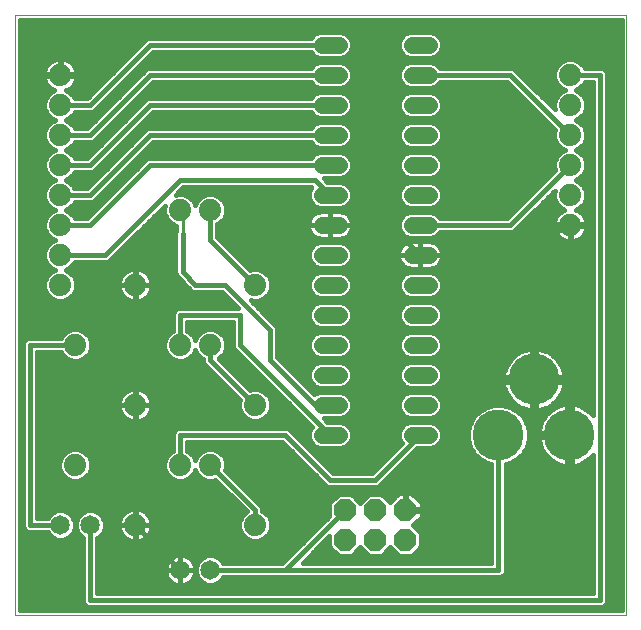
<source format=gtl>
G75*
%MOIN*%
%OFA0B0*%
%FSLAX25Y25*%
%IPPOS*%
%LPD*%
%AMOC8*
5,1,8,0,0,1.08239X$1,22.5*
%
%ADD10C,0.00000*%
%ADD11C,0.06500*%
%ADD12C,0.07400*%
%ADD13C,0.17000*%
%ADD14OC8,0.07400*%
%ADD15C,0.05600*%
%ADD16C,0.01600*%
%ADD17R,0.04362X0.04362*%
%ADD18C,0.01000*%
D10*
X0573333Y0001800D02*
X0573333Y0201761D01*
X0777034Y0201761D01*
X0777034Y0001800D01*
X0573333Y0001800D01*
D11*
X0628333Y0016800D03*
X0638333Y0016800D03*
X0598333Y0031800D03*
X0588333Y0031800D03*
D12*
X0613333Y0031800D03*
X0653333Y0031800D03*
X0638333Y0051800D03*
X0628333Y0051800D03*
X0593333Y0051800D03*
X0613333Y0071800D03*
X0653333Y0071800D03*
X0638333Y0091800D03*
X0628333Y0091800D03*
X0593333Y0091800D03*
X0588333Y0111800D03*
X0613333Y0111800D03*
X0588333Y0121800D03*
X0588333Y0131800D03*
X0588333Y0141800D03*
X0588333Y0151800D03*
X0588333Y0161800D03*
X0588333Y0171800D03*
X0588333Y0181800D03*
X0758333Y0181800D03*
X0758333Y0171800D03*
X0758333Y0161800D03*
X0758333Y0151800D03*
X0758333Y0141800D03*
X0758333Y0131800D03*
X0653333Y0111800D03*
X0638333Y0136800D03*
X0628333Y0136800D03*
D13*
X0746207Y0080304D03*
X0734396Y0061800D03*
X0758018Y0061800D03*
D14*
X0703333Y0036800D03*
X0693333Y0036800D03*
X0683333Y0036800D03*
X0683333Y0026800D03*
X0693333Y0026800D03*
X0703333Y0026800D03*
D15*
X0705533Y0061800D02*
X0711133Y0061800D01*
X0681133Y0061800D02*
X0675533Y0061800D01*
X0675533Y0071800D02*
X0681133Y0071800D01*
X0705533Y0071800D02*
X0711133Y0071800D01*
X0711133Y0081800D02*
X0705533Y0081800D01*
X0681133Y0081800D02*
X0675533Y0081800D01*
X0675533Y0091800D02*
X0681133Y0091800D01*
X0705533Y0091800D02*
X0711133Y0091800D01*
X0711133Y0101800D02*
X0705533Y0101800D01*
X0681133Y0101800D02*
X0675533Y0101800D01*
X0675533Y0111800D02*
X0681133Y0111800D01*
X0705533Y0111800D02*
X0711133Y0111800D01*
X0711133Y0121800D02*
X0705533Y0121800D01*
X0681133Y0121800D02*
X0675533Y0121800D01*
X0675533Y0131800D02*
X0681133Y0131800D01*
X0705533Y0131800D02*
X0711133Y0131800D01*
X0711133Y0141800D02*
X0705533Y0141800D01*
X0681133Y0141800D02*
X0675533Y0141800D01*
X0675533Y0151800D02*
X0681133Y0151800D01*
X0705533Y0151800D02*
X0711133Y0151800D01*
X0711133Y0161800D02*
X0705533Y0161800D01*
X0681133Y0161800D02*
X0675533Y0161800D01*
X0675533Y0171800D02*
X0681133Y0171800D01*
X0705533Y0171800D02*
X0711133Y0171800D01*
X0711133Y0181800D02*
X0705533Y0181800D01*
X0681133Y0181800D02*
X0675533Y0181800D01*
X0675533Y0191800D02*
X0681133Y0191800D01*
X0705533Y0191800D02*
X0711133Y0191800D01*
D16*
X0715072Y0193789D02*
X0775434Y0193789D01*
X0775434Y0195387D02*
X0713769Y0195387D01*
X0713626Y0195530D02*
X0712009Y0196200D01*
X0704658Y0196200D01*
X0703041Y0195530D01*
X0701803Y0194292D01*
X0701133Y0192675D01*
X0701133Y0190925D01*
X0701803Y0189308D01*
X0703041Y0188070D01*
X0704658Y0187400D01*
X0712009Y0187400D01*
X0713626Y0188070D01*
X0714863Y0189308D01*
X0715533Y0190925D01*
X0715533Y0192675D01*
X0714863Y0194292D01*
X0713626Y0195530D01*
X0702898Y0195387D02*
X0683769Y0195387D01*
X0683626Y0195530D02*
X0684863Y0194292D01*
X0685533Y0192675D01*
X0685533Y0190925D01*
X0684863Y0189308D01*
X0683626Y0188070D01*
X0682009Y0187400D01*
X0674658Y0187400D01*
X0673041Y0188070D01*
X0671803Y0189308D01*
X0671765Y0189400D01*
X0619327Y0189400D01*
X0599693Y0169765D01*
X0598811Y0169400D01*
X0593076Y0169400D01*
X0592826Y0168798D01*
X0591336Y0167307D01*
X0590112Y0166800D01*
X0591336Y0166293D01*
X0592826Y0164802D01*
X0593076Y0164200D01*
X0597339Y0164200D01*
X0616299Y0183159D01*
X0616974Y0183835D01*
X0617856Y0184200D01*
X0671765Y0184200D01*
X0671803Y0184292D01*
X0673041Y0185530D01*
X0674658Y0186200D01*
X0682009Y0186200D01*
X0683626Y0185530D01*
X0684863Y0184292D01*
X0685533Y0182675D01*
X0685533Y0180925D01*
X0684863Y0179308D01*
X0683626Y0178070D01*
X0682009Y0177400D01*
X0674658Y0177400D01*
X0673041Y0178070D01*
X0671803Y0179308D01*
X0671765Y0179400D01*
X0619327Y0179400D01*
X0599693Y0159765D01*
X0598811Y0159400D01*
X0593076Y0159400D01*
X0592826Y0158798D01*
X0591336Y0157307D01*
X0590112Y0156800D01*
X0591336Y0156293D01*
X0592826Y0154802D01*
X0593076Y0154200D01*
X0597339Y0154200D01*
X0616299Y0173159D01*
X0616974Y0173835D01*
X0617856Y0174200D01*
X0671765Y0174200D01*
X0671803Y0174292D01*
X0673041Y0175530D01*
X0674658Y0176200D01*
X0682009Y0176200D01*
X0683626Y0175530D01*
X0684863Y0174292D01*
X0685533Y0172675D01*
X0685533Y0170925D01*
X0684863Y0169308D01*
X0683626Y0168070D01*
X0682009Y0167400D01*
X0674658Y0167400D01*
X0673041Y0168070D01*
X0671803Y0169308D01*
X0671765Y0169400D01*
X0619327Y0169400D01*
X0599693Y0149765D01*
X0598811Y0149400D01*
X0593076Y0149400D01*
X0592826Y0148798D01*
X0591336Y0147307D01*
X0590112Y0146800D01*
X0591336Y0146293D01*
X0592826Y0144802D01*
X0593076Y0144200D01*
X0597339Y0144200D01*
X0616299Y0163159D01*
X0616974Y0163835D01*
X0617856Y0164200D01*
X0671765Y0164200D01*
X0671803Y0164292D01*
X0673041Y0165530D01*
X0674658Y0166200D01*
X0682009Y0166200D01*
X0683626Y0165530D01*
X0684863Y0164292D01*
X0685533Y0162675D01*
X0685533Y0160925D01*
X0684863Y0159308D01*
X0683626Y0158070D01*
X0682009Y0157400D01*
X0674658Y0157400D01*
X0673041Y0158070D01*
X0671803Y0159308D01*
X0671765Y0159400D01*
X0619327Y0159400D01*
X0599693Y0139765D01*
X0598811Y0139400D01*
X0593076Y0139400D01*
X0592826Y0138798D01*
X0591336Y0137307D01*
X0590112Y0136800D01*
X0591336Y0136293D01*
X0592826Y0134802D01*
X0593076Y0134200D01*
X0597339Y0134200D01*
X0616299Y0153159D01*
X0616974Y0153835D01*
X0617856Y0154200D01*
X0671765Y0154200D01*
X0671803Y0154292D01*
X0673041Y0155530D01*
X0674658Y0156200D01*
X0682009Y0156200D01*
X0683626Y0155530D01*
X0684863Y0154292D01*
X0685533Y0152675D01*
X0685533Y0150925D01*
X0684863Y0149308D01*
X0683626Y0148070D01*
X0682009Y0147400D01*
X0676127Y0147400D01*
X0677327Y0146200D01*
X0682009Y0146200D01*
X0683626Y0145530D01*
X0684863Y0144292D01*
X0685533Y0142675D01*
X0685533Y0140925D01*
X0684863Y0139308D01*
X0683626Y0138070D01*
X0682009Y0137400D01*
X0674658Y0137400D01*
X0673041Y0138070D01*
X0671803Y0139308D01*
X0671133Y0140925D01*
X0671133Y0142675D01*
X0671803Y0144292D01*
X0671911Y0144400D01*
X0629327Y0144400D01*
X0626849Y0141922D01*
X0627279Y0142100D01*
X0629388Y0142100D01*
X0631336Y0141293D01*
X0632826Y0139802D01*
X0633333Y0138578D01*
X0633840Y0139802D01*
X0635331Y0141293D01*
X0637279Y0142100D01*
X0639388Y0142100D01*
X0641336Y0141293D01*
X0642826Y0139802D01*
X0643633Y0137854D01*
X0643633Y0135746D01*
X0642826Y0133798D01*
X0641336Y0132307D01*
X0640733Y0132057D01*
X0640733Y0127794D01*
X0651677Y0116851D01*
X0652279Y0117100D01*
X0654388Y0117100D01*
X0656336Y0116293D01*
X0657826Y0114802D01*
X0658633Y0112854D01*
X0658633Y0110746D01*
X0657826Y0108798D01*
X0656336Y0107307D01*
X0654388Y0106500D01*
X0652279Y0106500D01*
X0651849Y0106678D01*
X0659693Y0098835D01*
X0660368Y0098159D01*
X0660733Y0097277D01*
X0660733Y0087794D01*
X0673019Y0075508D01*
X0673041Y0075530D01*
X0674658Y0076200D01*
X0682009Y0076200D01*
X0683626Y0075530D01*
X0684863Y0074292D01*
X0685533Y0072675D01*
X0685533Y0070925D01*
X0684863Y0069308D01*
X0683626Y0068070D01*
X0682009Y0067400D01*
X0676127Y0067400D01*
X0677327Y0066200D01*
X0682009Y0066200D01*
X0683626Y0065530D01*
X0684863Y0064292D01*
X0685533Y0062675D01*
X0685533Y0060925D01*
X0684863Y0059308D01*
X0683626Y0058070D01*
X0682009Y0057400D01*
X0674658Y0057400D01*
X0673041Y0058070D01*
X0671803Y0059308D01*
X0671133Y0060925D01*
X0671133Y0062675D01*
X0671803Y0064292D01*
X0672125Y0064614D01*
X0646299Y0090441D01*
X0645933Y0091323D01*
X0645933Y0099400D01*
X0630733Y0099400D01*
X0630733Y0096543D01*
X0631336Y0096293D01*
X0632826Y0094802D01*
X0633333Y0093578D01*
X0633840Y0094802D01*
X0635331Y0096293D01*
X0637279Y0097100D01*
X0639388Y0097100D01*
X0641336Y0096293D01*
X0642826Y0094802D01*
X0643633Y0092854D01*
X0643633Y0090746D01*
X0642826Y0088798D01*
X0641336Y0087307D01*
X0641254Y0087273D01*
X0651677Y0076851D01*
X0652279Y0077100D01*
X0654388Y0077100D01*
X0656336Y0076293D01*
X0657826Y0074802D01*
X0658633Y0072854D01*
X0658633Y0070746D01*
X0657826Y0068798D01*
X0656336Y0067307D01*
X0654388Y0066500D01*
X0652279Y0066500D01*
X0650331Y0067307D01*
X0648840Y0068798D01*
X0648033Y0070746D01*
X0648033Y0072854D01*
X0648283Y0073456D01*
X0636299Y0085441D01*
X0635933Y0086323D01*
X0635933Y0087057D01*
X0635331Y0087307D01*
X0633840Y0088798D01*
X0633333Y0090022D01*
X0632826Y0088798D01*
X0631336Y0087307D01*
X0629388Y0086500D01*
X0627279Y0086500D01*
X0625331Y0087307D01*
X0623840Y0088798D01*
X0623033Y0090746D01*
X0623033Y0092854D01*
X0623840Y0094802D01*
X0625331Y0096293D01*
X0625933Y0096543D01*
X0625933Y0102277D01*
X0626299Y0103159D01*
X0626974Y0103835D01*
X0627856Y0104200D01*
X0647539Y0104200D01*
X0642339Y0109400D01*
X0632856Y0109400D01*
X0631974Y0109765D01*
X0631299Y0110441D01*
X0631299Y0110441D01*
X0627099Y0114641D01*
X0626733Y0115523D01*
X0626733Y0129277D01*
X0627033Y0130002D01*
X0627033Y0131602D01*
X0625331Y0132307D01*
X0623840Y0133798D01*
X0623033Y0135746D01*
X0623033Y0137854D01*
X0623211Y0138284D01*
X0604693Y0119765D01*
X0603811Y0119400D01*
X0593076Y0119400D01*
X0592826Y0118798D01*
X0591336Y0117307D01*
X0590112Y0116800D01*
X0591336Y0116293D01*
X0592826Y0114802D01*
X0593633Y0112854D01*
X0593633Y0110746D01*
X0592826Y0108798D01*
X0591336Y0107307D01*
X0589388Y0106500D01*
X0587279Y0106500D01*
X0585331Y0107307D01*
X0583840Y0108798D01*
X0583033Y0110746D01*
X0583033Y0112854D01*
X0583840Y0114802D01*
X0585331Y0116293D01*
X0586555Y0116800D01*
X0585331Y0117307D01*
X0583840Y0118798D01*
X0583033Y0120746D01*
X0583033Y0122854D01*
X0583840Y0124802D01*
X0585331Y0126293D01*
X0586555Y0126800D01*
X0585331Y0127307D01*
X0583840Y0128798D01*
X0583033Y0130746D01*
X0583033Y0132854D01*
X0583840Y0134802D01*
X0585331Y0136293D01*
X0586555Y0136800D01*
X0585331Y0137307D01*
X0583840Y0138798D01*
X0583033Y0140746D01*
X0583033Y0142854D01*
X0583840Y0144802D01*
X0585331Y0146293D01*
X0586555Y0146800D01*
X0585331Y0147307D01*
X0583840Y0148798D01*
X0583033Y0150746D01*
X0583033Y0152854D01*
X0583840Y0154802D01*
X0585331Y0156293D01*
X0586555Y0156800D01*
X0585331Y0157307D01*
X0583840Y0158798D01*
X0583033Y0160746D01*
X0583033Y0162854D01*
X0583840Y0164802D01*
X0585331Y0166293D01*
X0586555Y0166800D01*
X0585331Y0167307D01*
X0583840Y0168798D01*
X0583033Y0170746D01*
X0583033Y0172854D01*
X0583840Y0174802D01*
X0585331Y0176293D01*
X0586277Y0176685D01*
X0586222Y0176703D01*
X0585451Y0177096D01*
X0584750Y0177605D01*
X0584138Y0178217D01*
X0583629Y0178917D01*
X0583236Y0179689D01*
X0582969Y0180512D01*
X0582833Y0181367D01*
X0582833Y0181600D01*
X0588133Y0181600D01*
X0588133Y0182000D01*
X0582833Y0182000D01*
X0582833Y0182233D01*
X0582969Y0183088D01*
X0583236Y0183911D01*
X0583629Y0184683D01*
X0584138Y0185383D01*
X0584750Y0185995D01*
X0585451Y0186504D01*
X0586222Y0186897D01*
X0587045Y0187165D01*
X0587900Y0187300D01*
X0588133Y0187300D01*
X0588133Y0182000D01*
X0588533Y0182000D01*
X0588533Y0187300D01*
X0588766Y0187300D01*
X0589621Y0187165D01*
X0590445Y0186897D01*
X0591216Y0186504D01*
X0591916Y0185995D01*
X0592528Y0185383D01*
X0593037Y0184683D01*
X0593430Y0183911D01*
X0593698Y0183088D01*
X0593833Y0182233D01*
X0593833Y0182000D01*
X0588533Y0182000D01*
X0588533Y0181600D01*
X0593833Y0181600D01*
X0593833Y0181367D01*
X0593698Y0180512D01*
X0593430Y0179689D01*
X0593037Y0178917D01*
X0592528Y0178217D01*
X0591916Y0177605D01*
X0591216Y0177096D01*
X0590445Y0176703D01*
X0590389Y0176685D01*
X0591336Y0176293D01*
X0592826Y0174802D01*
X0593076Y0174200D01*
X0597339Y0174200D01*
X0616299Y0193159D01*
X0616974Y0193835D01*
X0617856Y0194200D01*
X0671765Y0194200D01*
X0671803Y0194292D01*
X0673041Y0195530D01*
X0674658Y0196200D01*
X0682009Y0196200D01*
X0683626Y0195530D01*
X0685072Y0193789D02*
X0701595Y0193789D01*
X0701133Y0192190D02*
X0685533Y0192190D01*
X0685395Y0190592D02*
X0701271Y0190592D01*
X0702118Y0188993D02*
X0684549Y0188993D01*
X0682984Y0185796D02*
X0703683Y0185796D01*
X0703041Y0185530D02*
X0701803Y0184292D01*
X0701133Y0182675D01*
X0701133Y0180925D01*
X0701803Y0179308D01*
X0703041Y0178070D01*
X0704658Y0177400D01*
X0712009Y0177400D01*
X0713626Y0178070D01*
X0714863Y0179308D01*
X0714902Y0179400D01*
X0737339Y0179400D01*
X0753283Y0163456D01*
X0753033Y0162854D01*
X0753033Y0160746D01*
X0753840Y0158798D01*
X0755331Y0157307D01*
X0756555Y0156800D01*
X0755331Y0156293D01*
X0753840Y0154802D01*
X0753033Y0152854D01*
X0753033Y0150746D01*
X0753283Y0150144D01*
X0737339Y0134200D01*
X0714902Y0134200D01*
X0714863Y0134292D01*
X0713626Y0135530D01*
X0712009Y0136200D01*
X0704658Y0136200D01*
X0703041Y0135530D01*
X0701803Y0134292D01*
X0701133Y0132675D01*
X0701133Y0130925D01*
X0701803Y0129308D01*
X0703041Y0128070D01*
X0704658Y0127400D01*
X0712009Y0127400D01*
X0713626Y0128070D01*
X0714863Y0129308D01*
X0714902Y0129400D01*
X0738811Y0129400D01*
X0739693Y0129765D01*
X0753211Y0143284D01*
X0753033Y0142854D01*
X0753033Y0140746D01*
X0753840Y0138798D01*
X0755331Y0137307D01*
X0756277Y0136915D01*
X0756222Y0136897D01*
X0755451Y0136504D01*
X0754750Y0135995D01*
X0754138Y0135383D01*
X0753629Y0134683D01*
X0753236Y0133911D01*
X0752969Y0133088D01*
X0752833Y0132233D01*
X0752833Y0132000D01*
X0758133Y0132000D01*
X0758133Y0131600D01*
X0752833Y0131600D01*
X0752833Y0131367D01*
X0752969Y0130512D01*
X0753236Y0129689D01*
X0753629Y0128917D01*
X0754138Y0128217D01*
X0754750Y0127605D01*
X0755451Y0127096D01*
X0756222Y0126703D01*
X0757045Y0126435D01*
X0757900Y0126300D01*
X0758133Y0126300D01*
X0758133Y0131600D01*
X0758533Y0131600D01*
X0758533Y0126300D01*
X0758766Y0126300D01*
X0759621Y0126435D01*
X0760445Y0126703D01*
X0761216Y0127096D01*
X0761916Y0127605D01*
X0762528Y0128217D01*
X0763037Y0128917D01*
X0763430Y0129689D01*
X0763698Y0130512D01*
X0763833Y0131367D01*
X0763833Y0131600D01*
X0758533Y0131600D01*
X0758533Y0132000D01*
X0763833Y0132000D01*
X0763833Y0132233D01*
X0763698Y0133088D01*
X0763430Y0133911D01*
X0763037Y0134683D01*
X0762528Y0135383D01*
X0761916Y0135995D01*
X0761216Y0136504D01*
X0760445Y0136897D01*
X0760389Y0136915D01*
X0761336Y0137307D01*
X0762826Y0138798D01*
X0763633Y0140746D01*
X0763633Y0142854D01*
X0762826Y0144802D01*
X0761336Y0146293D01*
X0760112Y0146800D01*
X0761336Y0147307D01*
X0762826Y0148798D01*
X0763633Y0150746D01*
X0763633Y0152854D01*
X0762826Y0154802D01*
X0761336Y0156293D01*
X0760112Y0156800D01*
X0761336Y0157307D01*
X0762826Y0158798D01*
X0763633Y0160746D01*
X0763633Y0162854D01*
X0762826Y0164802D01*
X0761336Y0166293D01*
X0760112Y0166800D01*
X0761336Y0167307D01*
X0762826Y0168798D01*
X0763633Y0170746D01*
X0763633Y0172854D01*
X0762826Y0174802D01*
X0761336Y0176293D01*
X0760112Y0176800D01*
X0761336Y0177307D01*
X0762826Y0178798D01*
X0763076Y0179400D01*
X0765933Y0179400D01*
X0765933Y0068395D01*
X0765711Y0068674D01*
X0764893Y0069492D01*
X0763988Y0070214D01*
X0763009Y0070829D01*
X0761966Y0071331D01*
X0760874Y0071713D01*
X0759746Y0071970D01*
X0758818Y0072075D01*
X0758818Y0062600D01*
X0757218Y0062600D01*
X0757218Y0061000D01*
X0747743Y0061000D01*
X0747848Y0060072D01*
X0748105Y0058944D01*
X0748487Y0057852D01*
X0748989Y0056810D01*
X0749605Y0055830D01*
X0750326Y0054926D01*
X0751144Y0054108D01*
X0752049Y0053386D01*
X0753028Y0052771D01*
X0754071Y0052269D01*
X0755162Y0051887D01*
X0756290Y0051630D01*
X0757218Y0051525D01*
X0757218Y0061000D01*
X0758818Y0061000D01*
X0758818Y0051525D01*
X0759746Y0051630D01*
X0760874Y0051887D01*
X0761966Y0052269D01*
X0763009Y0052771D01*
X0763988Y0053386D01*
X0764893Y0054108D01*
X0765711Y0054926D01*
X0765933Y0055205D01*
X0765933Y0009200D01*
X0600733Y0009200D01*
X0600733Y0027545D01*
X0601081Y0027688D01*
X0602445Y0029053D01*
X0603183Y0030835D01*
X0603183Y0032765D01*
X0602445Y0034547D01*
X0601081Y0035912D01*
X0599298Y0036650D01*
X0597369Y0036650D01*
X0595586Y0035912D01*
X0594222Y0034547D01*
X0593483Y0032765D01*
X0593483Y0030835D01*
X0594222Y0029053D01*
X0595586Y0027688D01*
X0595933Y0027545D01*
X0595933Y0006323D01*
X0596299Y0005441D01*
X0596974Y0004765D01*
X0597856Y0004400D01*
X0768811Y0004400D01*
X0769693Y0004765D01*
X0770368Y0005441D01*
X0770733Y0006323D01*
X0770733Y0182277D01*
X0770368Y0183159D01*
X0769693Y0183835D01*
X0768811Y0184200D01*
X0763076Y0184200D01*
X0762826Y0184802D01*
X0761336Y0186293D01*
X0759388Y0187100D01*
X0757279Y0187100D01*
X0755331Y0186293D01*
X0753840Y0184802D01*
X0753033Y0182854D01*
X0753033Y0180746D01*
X0753840Y0178798D01*
X0755331Y0177307D01*
X0756555Y0176800D01*
X0755331Y0176293D01*
X0753840Y0174802D01*
X0753033Y0172854D01*
X0753033Y0170746D01*
X0753211Y0170316D01*
X0739693Y0183835D01*
X0738811Y0184200D01*
X0714902Y0184200D01*
X0714863Y0184292D01*
X0713626Y0185530D01*
X0712009Y0186200D01*
X0704658Y0186200D01*
X0703041Y0185530D01*
X0701764Y0184198D02*
X0684903Y0184198D01*
X0685533Y0182599D02*
X0701133Y0182599D01*
X0701133Y0181001D02*
X0685533Y0181001D01*
X0684903Y0179402D02*
X0701764Y0179402D01*
X0703684Y0177803D02*
X0682983Y0177803D01*
X0684549Y0174606D02*
X0702117Y0174606D01*
X0701803Y0174292D02*
X0701133Y0172675D01*
X0701133Y0170925D01*
X0701803Y0169308D01*
X0703041Y0168070D01*
X0704658Y0167400D01*
X0712009Y0167400D01*
X0713626Y0168070D01*
X0714863Y0169308D01*
X0715533Y0170925D01*
X0715533Y0172675D01*
X0714863Y0174292D01*
X0713626Y0175530D01*
X0712009Y0176200D01*
X0704658Y0176200D01*
X0703041Y0175530D01*
X0701803Y0174292D01*
X0701271Y0173008D02*
X0685395Y0173008D01*
X0685533Y0171409D02*
X0701133Y0171409D01*
X0701595Y0169811D02*
X0685072Y0169811D01*
X0683768Y0168212D02*
X0702898Y0168212D01*
X0704658Y0166200D02*
X0703041Y0165530D01*
X0701803Y0164292D01*
X0701133Y0162675D01*
X0701133Y0160925D01*
X0701803Y0159308D01*
X0703041Y0158070D01*
X0704658Y0157400D01*
X0712009Y0157400D01*
X0713626Y0158070D01*
X0714863Y0159308D01*
X0715533Y0160925D01*
X0715533Y0162675D01*
X0714863Y0164292D01*
X0713626Y0165530D01*
X0712009Y0166200D01*
X0704658Y0166200D01*
X0702526Y0165015D02*
X0684140Y0165015D01*
X0685226Y0163417D02*
X0701441Y0163417D01*
X0701133Y0161818D02*
X0685533Y0161818D01*
X0685241Y0160220D02*
X0701425Y0160220D01*
X0702489Y0158621D02*
X0684177Y0158621D01*
X0683732Y0155424D02*
X0702935Y0155424D01*
X0703041Y0155530D02*
X0701803Y0154292D01*
X0701133Y0152675D01*
X0701133Y0150925D01*
X0701803Y0149308D01*
X0703041Y0148070D01*
X0704658Y0147400D01*
X0712009Y0147400D01*
X0713626Y0148070D01*
X0714863Y0149308D01*
X0715533Y0150925D01*
X0715533Y0152675D01*
X0714863Y0154292D01*
X0713626Y0155530D01*
X0712009Y0156200D01*
X0704658Y0156200D01*
X0703041Y0155530D01*
X0701610Y0153826D02*
X0685057Y0153826D01*
X0685533Y0152227D02*
X0701133Y0152227D01*
X0701256Y0150629D02*
X0685411Y0150629D01*
X0684586Y0149030D02*
X0702080Y0149030D01*
X0704581Y0147432D02*
X0682085Y0147432D01*
X0682894Y0145833D02*
X0703773Y0145833D01*
X0703041Y0145530D02*
X0701803Y0144292D01*
X0701133Y0142675D01*
X0701133Y0140925D01*
X0701803Y0139308D01*
X0703041Y0138070D01*
X0704658Y0137400D01*
X0712009Y0137400D01*
X0713626Y0138070D01*
X0714863Y0139308D01*
X0715533Y0140925D01*
X0715533Y0142675D01*
X0714863Y0144292D01*
X0713626Y0145530D01*
X0712009Y0146200D01*
X0704658Y0146200D01*
X0703041Y0145530D01*
X0701779Y0144235D02*
X0684887Y0144235D01*
X0685533Y0142636D02*
X0701133Y0142636D01*
X0701133Y0141038D02*
X0685533Y0141038D01*
X0684918Y0139439D02*
X0701749Y0139439D01*
X0703594Y0137841D02*
X0683073Y0137841D01*
X0682348Y0136242D02*
X0739381Y0136242D01*
X0737783Y0134644D02*
X0714512Y0134644D01*
X0713073Y0137841D02*
X0740980Y0137841D01*
X0742578Y0139439D02*
X0714918Y0139439D01*
X0715533Y0141038D02*
X0744177Y0141038D01*
X0745775Y0142636D02*
X0715533Y0142636D01*
X0714887Y0144235D02*
X0747374Y0144235D01*
X0748973Y0145833D02*
X0712894Y0145833D01*
X0712085Y0147432D02*
X0750571Y0147432D01*
X0752170Y0149030D02*
X0714586Y0149030D01*
X0715411Y0150629D02*
X0753082Y0150629D01*
X0753033Y0152227D02*
X0715533Y0152227D01*
X0715057Y0153826D02*
X0753436Y0153826D01*
X0754462Y0155424D02*
X0713732Y0155424D01*
X0714177Y0158621D02*
X0754017Y0158621D01*
X0753251Y0160220D02*
X0715241Y0160220D01*
X0715533Y0161818D02*
X0753033Y0161818D01*
X0753266Y0163417D02*
X0715226Y0163417D01*
X0714140Y0165015D02*
X0751724Y0165015D01*
X0750125Y0166614D02*
X0616541Y0166614D01*
X0614943Y0165015D02*
X0672526Y0165015D01*
X0672898Y0168212D02*
X0618140Y0168212D01*
X0612950Y0169811D02*
X0609738Y0169811D01*
X0608140Y0168212D02*
X0611352Y0168212D01*
X0609753Y0166614D02*
X0606541Y0166614D01*
X0604943Y0165015D02*
X0608155Y0165015D01*
X0606556Y0163417D02*
X0603344Y0163417D01*
X0601746Y0161818D02*
X0604958Y0161818D01*
X0603359Y0160220D02*
X0600147Y0160220D01*
X0601761Y0158621D02*
X0592650Y0158621D01*
X0590650Y0157023D02*
X0600162Y0157023D01*
X0598564Y0155424D02*
X0592204Y0155424D01*
X0586017Y0157023D02*
X0574933Y0157023D01*
X0574933Y0158621D02*
X0584017Y0158621D01*
X0583251Y0160220D02*
X0574933Y0160220D01*
X0574933Y0161818D02*
X0583033Y0161818D01*
X0583266Y0163417D02*
X0574933Y0163417D01*
X0574933Y0165015D02*
X0584053Y0165015D01*
X0586106Y0166614D02*
X0574933Y0166614D01*
X0574933Y0168212D02*
X0584426Y0168212D01*
X0583421Y0169811D02*
X0574933Y0169811D01*
X0574933Y0171409D02*
X0583033Y0171409D01*
X0583097Y0173008D02*
X0574933Y0173008D01*
X0574933Y0174606D02*
X0583759Y0174606D01*
X0585243Y0176205D02*
X0574933Y0176205D01*
X0574933Y0177803D02*
X0584552Y0177803D01*
X0583382Y0179402D02*
X0574933Y0179402D01*
X0574933Y0181001D02*
X0582891Y0181001D01*
X0582891Y0182599D02*
X0574933Y0182599D01*
X0574933Y0184198D02*
X0583382Y0184198D01*
X0584551Y0185796D02*
X0574933Y0185796D01*
X0574933Y0187395D02*
X0610534Y0187395D01*
X0612132Y0188993D02*
X0574933Y0188993D01*
X0574933Y0190592D02*
X0613731Y0190592D01*
X0615329Y0192190D02*
X0574933Y0192190D01*
X0574933Y0193789D02*
X0616928Y0193789D01*
X0618333Y0191800D02*
X0678333Y0191800D01*
X0672898Y0195387D02*
X0574933Y0195387D01*
X0574933Y0196986D02*
X0775434Y0196986D01*
X0775434Y0198584D02*
X0574933Y0198584D01*
X0574933Y0200161D02*
X0775434Y0200161D01*
X0775434Y0003400D01*
X0574933Y0003400D01*
X0574933Y0200161D01*
X0598333Y0171800D02*
X0618333Y0191800D01*
X0618921Y0188993D02*
X0672118Y0188993D01*
X0673683Y0185796D02*
X0615723Y0185796D01*
X0614125Y0184198D02*
X0617850Y0184198D01*
X0618333Y0181800D02*
X0678333Y0181800D01*
X0673684Y0177803D02*
X0617731Y0177803D01*
X0616132Y0176205D02*
X0740534Y0176205D01*
X0738936Y0177803D02*
X0712983Y0177803D01*
X0714549Y0174606D02*
X0742133Y0174606D01*
X0743731Y0173008D02*
X0715395Y0173008D01*
X0715533Y0171409D02*
X0745330Y0171409D01*
X0746928Y0169811D02*
X0715072Y0169811D01*
X0713768Y0168212D02*
X0748527Y0168212D01*
X0760561Y0166614D02*
X0765933Y0166614D01*
X0765933Y0168212D02*
X0762241Y0168212D01*
X0763246Y0169811D02*
X0765933Y0169811D01*
X0765933Y0171409D02*
X0763633Y0171409D01*
X0763570Y0173008D02*
X0765933Y0173008D01*
X0765933Y0174606D02*
X0762908Y0174606D01*
X0761424Y0176205D02*
X0765933Y0176205D01*
X0765933Y0177803D02*
X0761832Y0177803D01*
X0755243Y0176205D02*
X0747322Y0176205D01*
X0745724Y0177803D02*
X0754834Y0177803D01*
X0753590Y0179402D02*
X0744125Y0179402D01*
X0742527Y0181001D02*
X0753033Y0181001D01*
X0753033Y0182599D02*
X0740928Y0182599D01*
X0738817Y0184198D02*
X0753590Y0184198D01*
X0754834Y0185796D02*
X0712984Y0185796D01*
X0714549Y0188993D02*
X0775434Y0188993D01*
X0775434Y0187395D02*
X0617322Y0187395D01*
X0608935Y0185796D02*
X0592115Y0185796D01*
X0593285Y0184198D02*
X0607337Y0184198D01*
X0605738Y0182599D02*
X0593775Y0182599D01*
X0593775Y0181001D02*
X0604140Y0181001D01*
X0602541Y0179402D02*
X0593284Y0179402D01*
X0592115Y0177803D02*
X0600943Y0177803D01*
X0599344Y0176205D02*
X0591424Y0176205D01*
X0592908Y0174606D02*
X0597746Y0174606D01*
X0598333Y0171800D02*
X0588333Y0171800D01*
X0599738Y0169811D02*
X0602950Y0169811D01*
X0601352Y0168212D02*
X0592241Y0168212D01*
X0590561Y0166614D02*
X0599753Y0166614D01*
X0598155Y0165015D02*
X0592613Y0165015D01*
X0588333Y0161800D02*
X0598333Y0161800D01*
X0618333Y0181800D01*
X0615738Y0182599D02*
X0612526Y0182599D01*
X0610928Y0181001D02*
X0614140Y0181001D01*
X0612541Y0179402D02*
X0609329Y0179402D01*
X0607731Y0177803D02*
X0610943Y0177803D01*
X0609344Y0176205D02*
X0606132Y0176205D01*
X0604534Y0174606D02*
X0607746Y0174606D01*
X0606147Y0173008D02*
X0602935Y0173008D01*
X0601337Y0171409D02*
X0604549Y0171409D01*
X0611337Y0171409D02*
X0614549Y0171409D01*
X0616147Y0173008D02*
X0612935Y0173008D01*
X0614534Y0174606D02*
X0672117Y0174606D01*
X0678333Y0171800D02*
X0618333Y0171800D01*
X0598333Y0151800D01*
X0588333Y0151800D01*
X0583436Y0153826D02*
X0574933Y0153826D01*
X0574933Y0155424D02*
X0584462Y0155424D01*
X0583033Y0152227D02*
X0574933Y0152227D01*
X0574933Y0150629D02*
X0583082Y0150629D01*
X0583744Y0149030D02*
X0574933Y0149030D01*
X0574933Y0147432D02*
X0585206Y0147432D01*
X0584871Y0145833D02*
X0574933Y0145833D01*
X0574933Y0144235D02*
X0583605Y0144235D01*
X0583033Y0142636D02*
X0574933Y0142636D01*
X0574933Y0141038D02*
X0583033Y0141038D01*
X0583575Y0139439D02*
X0574933Y0139439D01*
X0574933Y0137841D02*
X0584797Y0137841D01*
X0585280Y0136242D02*
X0574933Y0136242D01*
X0574933Y0134644D02*
X0583775Y0134644D01*
X0583112Y0133045D02*
X0574933Y0133045D01*
X0574933Y0131447D02*
X0583033Y0131447D01*
X0583405Y0129848D02*
X0574933Y0129848D01*
X0574933Y0128250D02*
X0584388Y0128250D01*
X0586195Y0126651D02*
X0574933Y0126651D01*
X0574933Y0125053D02*
X0584091Y0125053D01*
X0583282Y0123454D02*
X0574933Y0123454D01*
X0574933Y0121856D02*
X0583033Y0121856D01*
X0583236Y0120257D02*
X0574933Y0120257D01*
X0574933Y0118659D02*
X0583979Y0118659D01*
X0585927Y0117060D02*
X0574933Y0117060D01*
X0574933Y0115462D02*
X0584500Y0115462D01*
X0583451Y0113863D02*
X0574933Y0113863D01*
X0574933Y0112265D02*
X0583033Y0112265D01*
X0583066Y0110666D02*
X0574933Y0110666D01*
X0574933Y0109068D02*
X0583728Y0109068D01*
X0585169Y0107469D02*
X0574933Y0107469D01*
X0574933Y0105870D02*
X0645869Y0105870D01*
X0647467Y0104272D02*
X0574933Y0104272D01*
X0574933Y0102673D02*
X0626097Y0102673D01*
X0625933Y0101075D02*
X0574933Y0101075D01*
X0574933Y0099476D02*
X0625933Y0099476D01*
X0625933Y0097878D02*
X0574933Y0097878D01*
X0574933Y0096279D02*
X0590317Y0096279D01*
X0590331Y0096293D02*
X0588840Y0094802D01*
X0588591Y0094200D01*
X0577856Y0094200D01*
X0576974Y0093835D01*
X0576299Y0093159D01*
X0575933Y0092277D01*
X0575933Y0031323D01*
X0576299Y0030441D01*
X0576974Y0029765D01*
X0577856Y0029400D01*
X0584078Y0029400D01*
X0584222Y0029053D01*
X0585586Y0027688D01*
X0587369Y0026950D01*
X0589298Y0026950D01*
X0591081Y0027688D01*
X0592445Y0029053D01*
X0593183Y0030835D01*
X0593183Y0032765D01*
X0592445Y0034547D01*
X0591081Y0035912D01*
X0589298Y0036650D01*
X0587369Y0036650D01*
X0585586Y0035912D01*
X0584222Y0034547D01*
X0584078Y0034200D01*
X0580733Y0034200D01*
X0580733Y0089400D01*
X0588591Y0089400D01*
X0588840Y0088798D01*
X0590331Y0087307D01*
X0592279Y0086500D01*
X0594388Y0086500D01*
X0596336Y0087307D01*
X0597826Y0088798D01*
X0598633Y0090746D01*
X0598633Y0092854D01*
X0597826Y0094802D01*
X0596336Y0096293D01*
X0594388Y0097100D01*
X0592279Y0097100D01*
X0590331Y0096293D01*
X0588790Y0094681D02*
X0574933Y0094681D01*
X0574933Y0093082D02*
X0576267Y0093082D01*
X0575933Y0091484D02*
X0574933Y0091484D01*
X0574933Y0089885D02*
X0575933Y0089885D01*
X0575933Y0088287D02*
X0574933Y0088287D01*
X0574933Y0086688D02*
X0575933Y0086688D01*
X0575933Y0085090D02*
X0574933Y0085090D01*
X0574933Y0083491D02*
X0575933Y0083491D01*
X0575933Y0081893D02*
X0574933Y0081893D01*
X0574933Y0080294D02*
X0575933Y0080294D01*
X0575933Y0078696D02*
X0574933Y0078696D01*
X0574933Y0077097D02*
X0575933Y0077097D01*
X0575933Y0075499D02*
X0574933Y0075499D01*
X0574933Y0073900D02*
X0575933Y0073900D01*
X0575933Y0072302D02*
X0574933Y0072302D01*
X0574933Y0070703D02*
X0575933Y0070703D01*
X0575933Y0069105D02*
X0574933Y0069105D01*
X0574933Y0067506D02*
X0575933Y0067506D01*
X0575933Y0065908D02*
X0574933Y0065908D01*
X0574933Y0064309D02*
X0575933Y0064309D01*
X0575933Y0062711D02*
X0574933Y0062711D01*
X0574933Y0061112D02*
X0575933Y0061112D01*
X0575933Y0059514D02*
X0574933Y0059514D01*
X0574933Y0057915D02*
X0575933Y0057915D01*
X0575933Y0056317D02*
X0574933Y0056317D01*
X0574933Y0054718D02*
X0575933Y0054718D01*
X0575933Y0053120D02*
X0574933Y0053120D01*
X0574933Y0051521D02*
X0575933Y0051521D01*
X0575933Y0049923D02*
X0574933Y0049923D01*
X0574933Y0048324D02*
X0575933Y0048324D01*
X0575933Y0046726D02*
X0574933Y0046726D01*
X0574933Y0045127D02*
X0575933Y0045127D01*
X0575933Y0043529D02*
X0574933Y0043529D01*
X0574933Y0041930D02*
X0575933Y0041930D01*
X0575933Y0040332D02*
X0574933Y0040332D01*
X0574933Y0038733D02*
X0575933Y0038733D01*
X0575933Y0037134D02*
X0574933Y0037134D01*
X0574933Y0035536D02*
X0575933Y0035536D01*
X0575933Y0033937D02*
X0574933Y0033937D01*
X0574933Y0032339D02*
X0575933Y0032339D01*
X0576174Y0030740D02*
X0574933Y0030740D01*
X0574933Y0029142D02*
X0584185Y0029142D01*
X0585936Y0027543D02*
X0574933Y0027543D01*
X0574933Y0025945D02*
X0595933Y0025945D01*
X0595933Y0027543D02*
X0590731Y0027543D01*
X0592482Y0029142D02*
X0594185Y0029142D01*
X0593523Y0030740D02*
X0593144Y0030740D01*
X0593183Y0032339D02*
X0593483Y0032339D01*
X0593969Y0033937D02*
X0592698Y0033937D01*
X0591456Y0035536D02*
X0595210Y0035536D01*
X0601456Y0035536D02*
X0609291Y0035536D01*
X0609138Y0035383D02*
X0608629Y0034683D01*
X0608236Y0033911D01*
X0607969Y0033088D01*
X0607833Y0032233D01*
X0607833Y0031886D01*
X0613247Y0031886D01*
X0613247Y0031714D01*
X0607833Y0031714D01*
X0607833Y0031367D01*
X0607969Y0030512D01*
X0608236Y0029689D01*
X0608629Y0028917D01*
X0609138Y0028217D01*
X0609750Y0027605D01*
X0610451Y0027096D01*
X0611222Y0026703D01*
X0612045Y0026435D01*
X0612900Y0026300D01*
X0613247Y0026300D01*
X0613247Y0031714D01*
X0613419Y0031714D01*
X0613419Y0026300D01*
X0613766Y0026300D01*
X0614621Y0026435D01*
X0615445Y0026703D01*
X0616216Y0027096D01*
X0616916Y0027605D01*
X0617528Y0028217D01*
X0618037Y0028917D01*
X0618430Y0029689D01*
X0618698Y0030512D01*
X0618833Y0031367D01*
X0618833Y0031714D01*
X0613419Y0031714D01*
X0613419Y0031886D01*
X0613247Y0031886D01*
X0613247Y0037300D01*
X0612900Y0037300D01*
X0612045Y0037165D01*
X0611222Y0036897D01*
X0610451Y0036504D01*
X0609750Y0035995D01*
X0609138Y0035383D01*
X0608250Y0033937D02*
X0602698Y0033937D01*
X0603183Y0032339D02*
X0607850Y0032339D01*
X0607933Y0030740D02*
X0603144Y0030740D01*
X0602482Y0029142D02*
X0608515Y0029142D01*
X0609835Y0027543D02*
X0600733Y0027543D01*
X0600733Y0025945D02*
X0669084Y0025945D01*
X0667486Y0024346D02*
X0600733Y0024346D01*
X0600733Y0022748D02*
X0665887Y0022748D01*
X0664289Y0021149D02*
X0640507Y0021149D01*
X0641081Y0020912D02*
X0639298Y0021650D01*
X0637369Y0021650D01*
X0635586Y0020912D01*
X0634222Y0019547D01*
X0633483Y0017765D01*
X0633483Y0015835D01*
X0634222Y0014053D01*
X0635586Y0012688D01*
X0637369Y0011950D01*
X0639298Y0011950D01*
X0641081Y0012688D01*
X0642445Y0014053D01*
X0642589Y0014400D01*
X0734874Y0014400D01*
X0735756Y0014765D01*
X0736431Y0015441D01*
X0736796Y0016323D01*
X0736796Y0051987D01*
X0738295Y0052388D01*
X0740598Y0053718D01*
X0742478Y0055598D01*
X0743808Y0057902D01*
X0744496Y0060470D01*
X0744496Y0063130D01*
X0743808Y0065698D01*
X0742478Y0068002D01*
X0740598Y0069882D01*
X0738295Y0071212D01*
X0735726Y0071900D01*
X0733067Y0071900D01*
X0730498Y0071212D01*
X0728195Y0069882D01*
X0726314Y0068002D01*
X0724985Y0065698D01*
X0724296Y0063130D01*
X0724296Y0060470D01*
X0724985Y0057902D01*
X0726314Y0055598D01*
X0728195Y0053718D01*
X0730498Y0052388D01*
X0731996Y0051987D01*
X0731996Y0019200D01*
X0669127Y0019200D01*
X0678033Y0028106D01*
X0678033Y0024605D01*
X0681138Y0021500D01*
X0685529Y0021500D01*
X0688333Y0024305D01*
X0691138Y0021500D01*
X0695529Y0021500D01*
X0698333Y0024305D01*
X0701138Y0021500D01*
X0705529Y0021500D01*
X0708633Y0024605D01*
X0708633Y0028995D01*
X0705970Y0031659D01*
X0708833Y0034522D01*
X0708833Y0036600D01*
X0703533Y0036600D01*
X0703533Y0037000D01*
X0703133Y0037000D01*
X0703133Y0042300D01*
X0701055Y0042300D01*
X0698192Y0039437D01*
X0695529Y0042100D01*
X0691138Y0042100D01*
X0688333Y0039295D01*
X0685529Y0042100D01*
X0681138Y0042100D01*
X0678033Y0038995D01*
X0678033Y0034894D01*
X0662339Y0019200D01*
X0642589Y0019200D01*
X0642445Y0019547D01*
X0641081Y0020912D01*
X0642441Y0019551D02*
X0662690Y0019551D01*
X0663333Y0016800D02*
X0683333Y0036800D01*
X0679370Y0040332D02*
X0653196Y0040332D01*
X0651597Y0041930D02*
X0680968Y0041930D01*
X0677856Y0044400D02*
X0693811Y0044400D01*
X0694693Y0044765D01*
X0707327Y0057400D01*
X0712009Y0057400D01*
X0713626Y0058070D01*
X0714863Y0059308D01*
X0715533Y0060925D01*
X0715533Y0062675D01*
X0714863Y0064292D01*
X0713626Y0065530D01*
X0712009Y0066200D01*
X0704658Y0066200D01*
X0703041Y0065530D01*
X0701803Y0064292D01*
X0701133Y0062675D01*
X0701133Y0060925D01*
X0701803Y0059308D01*
X0702125Y0058986D01*
X0692339Y0049200D01*
X0679327Y0049200D01*
X0664693Y0063835D01*
X0663811Y0064200D01*
X0627856Y0064200D01*
X0626974Y0063835D01*
X0626299Y0063159D01*
X0625933Y0062277D01*
X0625933Y0056543D01*
X0625331Y0056293D01*
X0623840Y0054802D01*
X0623033Y0052854D01*
X0623033Y0050746D01*
X0623840Y0048798D01*
X0625331Y0047307D01*
X0627279Y0046500D01*
X0629388Y0046500D01*
X0631336Y0047307D01*
X0632826Y0048798D01*
X0633333Y0050022D01*
X0633840Y0048798D01*
X0635331Y0047307D01*
X0637279Y0046500D01*
X0639388Y0046500D01*
X0639990Y0046749D01*
X0650412Y0036327D01*
X0650331Y0036293D01*
X0648840Y0034802D01*
X0648033Y0032854D01*
X0648033Y0030746D01*
X0648840Y0028798D01*
X0650331Y0027307D01*
X0652279Y0026500D01*
X0654388Y0026500D01*
X0656336Y0027307D01*
X0657826Y0028798D01*
X0658633Y0030746D01*
X0658633Y0032854D01*
X0657826Y0034802D01*
X0656336Y0036293D01*
X0655733Y0036543D01*
X0655733Y0037277D01*
X0655368Y0038159D01*
X0643384Y0050144D01*
X0643633Y0050746D01*
X0643633Y0052854D01*
X0642826Y0054802D01*
X0641336Y0056293D01*
X0639388Y0057100D01*
X0637279Y0057100D01*
X0635331Y0056293D01*
X0633840Y0054802D01*
X0633333Y0053578D01*
X0632826Y0054802D01*
X0631336Y0056293D01*
X0630733Y0056543D01*
X0630733Y0059400D01*
X0662339Y0059400D01*
X0676299Y0045441D01*
X0676974Y0044765D01*
X0677856Y0044400D01*
X0676612Y0045127D02*
X0648400Y0045127D01*
X0646802Y0046726D02*
X0675014Y0046726D01*
X0673415Y0048324D02*
X0645203Y0048324D01*
X0643605Y0049923D02*
X0671817Y0049923D01*
X0670218Y0051521D02*
X0643633Y0051521D01*
X0643523Y0053120D02*
X0668620Y0053120D01*
X0667021Y0054718D02*
X0642861Y0054718D01*
X0641279Y0056317D02*
X0665423Y0056317D01*
X0663824Y0057915D02*
X0630733Y0057915D01*
X0631279Y0056317D02*
X0635388Y0056317D01*
X0633805Y0054718D02*
X0632861Y0054718D01*
X0628333Y0051800D02*
X0628333Y0061800D01*
X0663333Y0061800D01*
X0678333Y0046800D01*
X0693333Y0046800D01*
X0708333Y0061800D01*
X0701820Y0064309D02*
X0684847Y0064309D01*
X0685519Y0062711D02*
X0701148Y0062711D01*
X0701133Y0061112D02*
X0685533Y0061112D01*
X0684949Y0059514D02*
X0701718Y0059514D01*
X0701054Y0057915D02*
X0683252Y0057915D01*
X0678333Y0061800D02*
X0648333Y0091800D01*
X0648333Y0101800D01*
X0628333Y0101800D01*
X0628333Y0091800D01*
X0623390Y0089885D02*
X0598277Y0089885D01*
X0598633Y0091484D02*
X0623033Y0091484D01*
X0623128Y0093082D02*
X0598539Y0093082D01*
X0597877Y0094681D02*
X0623790Y0094681D01*
X0625317Y0096279D02*
X0596349Y0096279D01*
X0593333Y0091800D02*
X0578333Y0091800D01*
X0578333Y0031800D01*
X0588333Y0031800D01*
X0598333Y0031800D02*
X0598333Y0006800D01*
X0768333Y0006800D01*
X0768333Y0181800D01*
X0758333Y0181800D01*
X0768817Y0184198D02*
X0775434Y0184198D01*
X0775434Y0185796D02*
X0761833Y0185796D01*
X0770600Y0182599D02*
X0775434Y0182599D01*
X0775434Y0181001D02*
X0770733Y0181001D01*
X0770733Y0179402D02*
X0775434Y0179402D01*
X0775434Y0177803D02*
X0770733Y0177803D01*
X0770733Y0176205D02*
X0775434Y0176205D01*
X0775434Y0174606D02*
X0770733Y0174606D01*
X0770733Y0173008D02*
X0775434Y0173008D01*
X0775434Y0171409D02*
X0770733Y0171409D01*
X0770733Y0169811D02*
X0775434Y0169811D01*
X0775434Y0168212D02*
X0770733Y0168212D01*
X0770733Y0166614D02*
X0775434Y0166614D01*
X0775434Y0165015D02*
X0770733Y0165015D01*
X0770733Y0163417D02*
X0775434Y0163417D01*
X0775434Y0161818D02*
X0770733Y0161818D01*
X0770733Y0160220D02*
X0775434Y0160220D01*
X0775434Y0158621D02*
X0770733Y0158621D01*
X0770733Y0157023D02*
X0775434Y0157023D01*
X0775434Y0155424D02*
X0770733Y0155424D01*
X0770733Y0153826D02*
X0775434Y0153826D01*
X0775434Y0152227D02*
X0770733Y0152227D01*
X0770733Y0150629D02*
X0775434Y0150629D01*
X0775434Y0149030D02*
X0770733Y0149030D01*
X0770733Y0147432D02*
X0775434Y0147432D01*
X0775434Y0145833D02*
X0770733Y0145833D01*
X0770733Y0144235D02*
X0775434Y0144235D01*
X0775434Y0142636D02*
X0770733Y0142636D01*
X0770733Y0141038D02*
X0775434Y0141038D01*
X0775434Y0139439D02*
X0770733Y0139439D01*
X0770733Y0137841D02*
X0775434Y0137841D01*
X0775434Y0136242D02*
X0770733Y0136242D01*
X0770733Y0134644D02*
X0775434Y0134644D01*
X0775434Y0133045D02*
X0770733Y0133045D01*
X0770733Y0131447D02*
X0775434Y0131447D01*
X0775434Y0129848D02*
X0770733Y0129848D01*
X0770733Y0128250D02*
X0775434Y0128250D01*
X0775434Y0126651D02*
X0770733Y0126651D01*
X0770733Y0125053D02*
X0775434Y0125053D01*
X0775434Y0123454D02*
X0770733Y0123454D01*
X0770733Y0121856D02*
X0775434Y0121856D01*
X0775434Y0120257D02*
X0770733Y0120257D01*
X0770733Y0118659D02*
X0775434Y0118659D01*
X0775434Y0117060D02*
X0770733Y0117060D01*
X0770733Y0115462D02*
X0775434Y0115462D01*
X0775434Y0113863D02*
X0770733Y0113863D01*
X0770733Y0112265D02*
X0775434Y0112265D01*
X0775434Y0110666D02*
X0770733Y0110666D01*
X0770733Y0109068D02*
X0775434Y0109068D01*
X0775434Y0107469D02*
X0770733Y0107469D01*
X0770733Y0105870D02*
X0775434Y0105870D01*
X0775434Y0104272D02*
X0770733Y0104272D01*
X0770733Y0102673D02*
X0775434Y0102673D01*
X0775434Y0101075D02*
X0770733Y0101075D01*
X0770733Y0099476D02*
X0775434Y0099476D01*
X0775434Y0097878D02*
X0770733Y0097878D01*
X0770733Y0096279D02*
X0775434Y0096279D01*
X0775434Y0094681D02*
X0770733Y0094681D01*
X0770733Y0093082D02*
X0775434Y0093082D01*
X0775434Y0091484D02*
X0770733Y0091484D01*
X0770733Y0089885D02*
X0775434Y0089885D01*
X0775434Y0088287D02*
X0770733Y0088287D01*
X0770733Y0086688D02*
X0775434Y0086688D01*
X0775434Y0085090D02*
X0770733Y0085090D01*
X0770733Y0083491D02*
X0775434Y0083491D01*
X0775434Y0081893D02*
X0770733Y0081893D01*
X0770733Y0080294D02*
X0775434Y0080294D01*
X0775434Y0078696D02*
X0770733Y0078696D01*
X0770733Y0077097D02*
X0775434Y0077097D01*
X0775434Y0075499D02*
X0770733Y0075499D01*
X0770733Y0073900D02*
X0775434Y0073900D01*
X0775434Y0072302D02*
X0770733Y0072302D01*
X0770733Y0070703D02*
X0775434Y0070703D01*
X0775434Y0069105D02*
X0770733Y0069105D01*
X0770733Y0067506D02*
X0775434Y0067506D01*
X0775434Y0065908D02*
X0770733Y0065908D01*
X0770733Y0064309D02*
X0775434Y0064309D01*
X0775434Y0062711D02*
X0770733Y0062711D01*
X0770733Y0061112D02*
X0775434Y0061112D01*
X0775434Y0059514D02*
X0770733Y0059514D01*
X0770733Y0057915D02*
X0775434Y0057915D01*
X0775434Y0056317D02*
X0770733Y0056317D01*
X0770733Y0054718D02*
X0775434Y0054718D01*
X0775434Y0053120D02*
X0770733Y0053120D01*
X0770733Y0051521D02*
X0775434Y0051521D01*
X0775434Y0049923D02*
X0770733Y0049923D01*
X0770733Y0048324D02*
X0775434Y0048324D01*
X0775434Y0046726D02*
X0770733Y0046726D01*
X0770733Y0045127D02*
X0775434Y0045127D01*
X0775434Y0043529D02*
X0770733Y0043529D01*
X0770733Y0041930D02*
X0775434Y0041930D01*
X0775434Y0040332D02*
X0770733Y0040332D01*
X0770733Y0038733D02*
X0775434Y0038733D01*
X0775434Y0037134D02*
X0770733Y0037134D01*
X0770733Y0035536D02*
X0775434Y0035536D01*
X0775434Y0033937D02*
X0770733Y0033937D01*
X0770733Y0032339D02*
X0775434Y0032339D01*
X0775434Y0030740D02*
X0770733Y0030740D01*
X0770733Y0029142D02*
X0775434Y0029142D01*
X0775434Y0027543D02*
X0770733Y0027543D01*
X0770733Y0025945D02*
X0775434Y0025945D01*
X0775434Y0024346D02*
X0770733Y0024346D01*
X0770733Y0022748D02*
X0775434Y0022748D01*
X0775434Y0021149D02*
X0770733Y0021149D01*
X0770733Y0019551D02*
X0775434Y0019551D01*
X0775434Y0017952D02*
X0770733Y0017952D01*
X0770733Y0016354D02*
X0775434Y0016354D01*
X0775434Y0014755D02*
X0770733Y0014755D01*
X0770733Y0013157D02*
X0775434Y0013157D01*
X0775434Y0011558D02*
X0770733Y0011558D01*
X0770733Y0009960D02*
X0775434Y0009960D01*
X0775434Y0008361D02*
X0770733Y0008361D01*
X0770733Y0006763D02*
X0775434Y0006763D01*
X0775434Y0005164D02*
X0770092Y0005164D01*
X0775434Y0003566D02*
X0574933Y0003566D01*
X0574933Y0005164D02*
X0596575Y0005164D01*
X0595933Y0006763D02*
X0574933Y0006763D01*
X0574933Y0008361D02*
X0595933Y0008361D01*
X0595933Y0009960D02*
X0574933Y0009960D01*
X0574933Y0011558D02*
X0595933Y0011558D01*
X0595933Y0013157D02*
X0574933Y0013157D01*
X0574933Y0014755D02*
X0595933Y0014755D01*
X0595933Y0016354D02*
X0574933Y0016354D01*
X0574933Y0017952D02*
X0595933Y0017952D01*
X0595933Y0019551D02*
X0574933Y0019551D01*
X0574933Y0021149D02*
X0595933Y0021149D01*
X0595933Y0022748D02*
X0574933Y0022748D01*
X0574933Y0024346D02*
X0595933Y0024346D01*
X0600733Y0021149D02*
X0625746Y0021149D01*
X0625687Y0021119D02*
X0625043Y0020652D01*
X0624481Y0020090D01*
X0624014Y0019447D01*
X0623653Y0018739D01*
X0623408Y0017983D01*
X0623283Y0017197D01*
X0623283Y0016800D01*
X0623283Y0016403D01*
X0623408Y0015617D01*
X0623653Y0014861D01*
X0624014Y0014153D01*
X0624481Y0013510D01*
X0625043Y0012948D01*
X0625687Y0012481D01*
X0626395Y0012120D01*
X0627151Y0011874D01*
X0627936Y0011750D01*
X0628333Y0011750D01*
X0628333Y0016800D01*
X0628333Y0016800D01*
X0623283Y0016800D01*
X0628333Y0016800D01*
X0628333Y0016800D01*
X0628333Y0021850D01*
X0627936Y0021850D01*
X0627151Y0021726D01*
X0626395Y0021480D01*
X0625687Y0021119D01*
X0624090Y0019551D02*
X0600733Y0019551D01*
X0600733Y0017952D02*
X0623403Y0017952D01*
X0623291Y0016354D02*
X0600733Y0016354D01*
X0600733Y0014755D02*
X0623707Y0014755D01*
X0624835Y0013157D02*
X0600733Y0013157D01*
X0600733Y0011558D02*
X0765933Y0011558D01*
X0765933Y0009960D02*
X0600733Y0009960D01*
X0613333Y0031800D02*
X0628333Y0016800D01*
X0628333Y0016800D01*
X0628333Y0011750D01*
X0628731Y0011750D01*
X0629516Y0011874D01*
X0630272Y0012120D01*
X0630980Y0012481D01*
X0631623Y0012948D01*
X0632185Y0013510D01*
X0632652Y0014153D01*
X0633013Y0014861D01*
X0633259Y0015617D01*
X0633383Y0016403D01*
X0633383Y0016800D01*
X0633383Y0017197D01*
X0633259Y0017983D01*
X0633013Y0018739D01*
X0632652Y0019447D01*
X0632185Y0020090D01*
X0631623Y0020652D01*
X0630980Y0021119D01*
X0630272Y0021480D01*
X0629516Y0021726D01*
X0628731Y0021850D01*
X0628333Y0021850D01*
X0628333Y0016800D01*
X0633383Y0016800D01*
X0628333Y0016800D01*
X0628333Y0016800D01*
X0628333Y0016354D02*
X0628333Y0016354D01*
X0628333Y0017952D02*
X0628333Y0017952D01*
X0628333Y0019551D02*
X0628333Y0019551D01*
X0628333Y0021149D02*
X0628333Y0021149D01*
X0630921Y0021149D02*
X0636160Y0021149D01*
X0634225Y0019551D02*
X0632577Y0019551D01*
X0633264Y0017952D02*
X0633561Y0017952D01*
X0633483Y0016354D02*
X0633376Y0016354D01*
X0632959Y0014755D02*
X0633931Y0014755D01*
X0635118Y0013157D02*
X0631832Y0013157D01*
X0628333Y0013157D02*
X0628333Y0013157D01*
X0628333Y0014755D02*
X0628333Y0014755D01*
X0638333Y0016800D02*
X0663333Y0016800D01*
X0734396Y0016800D01*
X0734396Y0061800D01*
X0724612Y0064309D02*
X0714847Y0064309D01*
X0715519Y0062711D02*
X0724296Y0062711D01*
X0724296Y0061112D02*
X0715533Y0061112D01*
X0714949Y0059514D02*
X0724553Y0059514D01*
X0724981Y0057915D02*
X0713252Y0057915D01*
X0706244Y0056317D02*
X0725900Y0056317D01*
X0727195Y0054718D02*
X0704646Y0054718D01*
X0703047Y0053120D02*
X0729231Y0053120D01*
X0731996Y0051521D02*
X0701449Y0051521D01*
X0699850Y0049923D02*
X0731996Y0049923D01*
X0731996Y0048324D02*
X0698252Y0048324D01*
X0696653Y0046726D02*
X0731996Y0046726D01*
X0731996Y0045127D02*
X0695054Y0045127D01*
X0695699Y0041930D02*
X0700685Y0041930D01*
X0699087Y0040332D02*
X0697297Y0040332D01*
X0703133Y0040332D02*
X0703533Y0040332D01*
X0703533Y0041930D02*
X0703133Y0041930D01*
X0703533Y0042300D02*
X0705611Y0042300D01*
X0708833Y0039078D01*
X0708833Y0037000D01*
X0703533Y0037000D01*
X0703533Y0042300D01*
X0705981Y0041930D02*
X0731996Y0041930D01*
X0731996Y0040332D02*
X0707580Y0040332D01*
X0708833Y0038733D02*
X0731996Y0038733D01*
X0731996Y0037134D02*
X0708833Y0037134D01*
X0708833Y0035536D02*
X0731996Y0035536D01*
X0731996Y0033937D02*
X0708249Y0033937D01*
X0706650Y0032339D02*
X0731996Y0032339D01*
X0731996Y0030740D02*
X0706888Y0030740D01*
X0708487Y0029142D02*
X0731996Y0029142D01*
X0731996Y0027543D02*
X0708633Y0027543D01*
X0708633Y0025945D02*
X0731996Y0025945D01*
X0731996Y0024346D02*
X0708375Y0024346D01*
X0706777Y0022748D02*
X0731996Y0022748D01*
X0731996Y0021149D02*
X0671077Y0021149D01*
X0669478Y0019551D02*
X0731996Y0019551D01*
X0736796Y0019551D02*
X0765933Y0019551D01*
X0765933Y0021149D02*
X0736796Y0021149D01*
X0736796Y0022748D02*
X0765933Y0022748D01*
X0765933Y0024346D02*
X0736796Y0024346D01*
X0736796Y0025945D02*
X0765933Y0025945D01*
X0765933Y0027543D02*
X0736796Y0027543D01*
X0736796Y0029142D02*
X0765933Y0029142D01*
X0765933Y0030740D02*
X0736796Y0030740D01*
X0736796Y0032339D02*
X0765933Y0032339D01*
X0765933Y0033937D02*
X0736796Y0033937D01*
X0736796Y0035536D02*
X0765933Y0035536D01*
X0765933Y0037134D02*
X0736796Y0037134D01*
X0736796Y0038733D02*
X0765933Y0038733D01*
X0765933Y0040332D02*
X0736796Y0040332D01*
X0736796Y0041930D02*
X0765933Y0041930D01*
X0765933Y0043529D02*
X0736796Y0043529D01*
X0736796Y0045127D02*
X0765933Y0045127D01*
X0765933Y0046726D02*
X0736796Y0046726D01*
X0736796Y0048324D02*
X0765933Y0048324D01*
X0765933Y0049923D02*
X0736796Y0049923D01*
X0736796Y0051521D02*
X0765933Y0051521D01*
X0765933Y0053120D02*
X0763563Y0053120D01*
X0765503Y0054718D02*
X0765933Y0054718D01*
X0758818Y0054718D02*
X0757218Y0054718D01*
X0757218Y0053120D02*
X0758818Y0053120D01*
X0758818Y0056317D02*
X0757218Y0056317D01*
X0757218Y0057915D02*
X0758818Y0057915D01*
X0758818Y0059514D02*
X0757218Y0059514D01*
X0757218Y0061112D02*
X0744496Y0061112D01*
X0744496Y0062711D02*
X0747756Y0062711D01*
X0747743Y0062600D02*
X0757218Y0062600D01*
X0757218Y0072075D01*
X0756290Y0071970D01*
X0755162Y0071713D01*
X0754071Y0071331D01*
X0753028Y0070829D01*
X0752049Y0070214D01*
X0751144Y0069492D01*
X0750326Y0068674D01*
X0749605Y0067770D01*
X0748989Y0066790D01*
X0748487Y0065748D01*
X0748105Y0064656D01*
X0747848Y0063528D01*
X0747743Y0062600D01*
X0748026Y0064309D02*
X0744180Y0064309D01*
X0743687Y0065908D02*
X0748564Y0065908D01*
X0749439Y0067506D02*
X0742764Y0067506D01*
X0741375Y0069105D02*
X0750757Y0069105D01*
X0750155Y0070773D02*
X0751197Y0071275D01*
X0752177Y0071890D01*
X0753082Y0072612D01*
X0753900Y0073430D01*
X0754621Y0074334D01*
X0755236Y0075314D01*
X0755738Y0076356D01*
X0756120Y0077448D01*
X0756378Y0078576D01*
X0756482Y0079504D01*
X0747007Y0079504D01*
X0747007Y0070029D01*
X0747935Y0070133D01*
X0749063Y0070391D01*
X0750155Y0070773D01*
X0749956Y0070703D02*
X0752828Y0070703D01*
X0752693Y0072302D02*
X0765933Y0072302D01*
X0765933Y0073900D02*
X0754275Y0073900D01*
X0755325Y0075499D02*
X0765933Y0075499D01*
X0765933Y0077097D02*
X0755998Y0077097D01*
X0756391Y0078696D02*
X0765933Y0078696D01*
X0765933Y0080294D02*
X0747007Y0080294D01*
X0747007Y0079504D02*
X0747007Y0081104D01*
X0745407Y0081104D01*
X0745407Y0079504D01*
X0735932Y0079504D01*
X0736037Y0078576D01*
X0736294Y0077448D01*
X0736676Y0076356D01*
X0737178Y0075314D01*
X0737794Y0074334D01*
X0738515Y0073430D01*
X0739333Y0072612D01*
X0740238Y0071890D01*
X0741217Y0071275D01*
X0742259Y0070773D01*
X0743351Y0070391D01*
X0744479Y0070133D01*
X0745407Y0070029D01*
X0745407Y0079504D01*
X0747007Y0079504D01*
X0747007Y0078696D02*
X0745407Y0078696D01*
X0745407Y0080294D02*
X0715272Y0080294D01*
X0715533Y0080925D02*
X0715533Y0082675D01*
X0714863Y0084292D01*
X0713626Y0085530D01*
X0712009Y0086200D01*
X0704658Y0086200D01*
X0703041Y0085530D01*
X0701803Y0084292D01*
X0701133Y0082675D01*
X0701133Y0080925D01*
X0701803Y0079308D01*
X0703041Y0078070D01*
X0704658Y0077400D01*
X0712009Y0077400D01*
X0713626Y0078070D01*
X0714863Y0079308D01*
X0715533Y0080925D01*
X0715533Y0081893D02*
X0736021Y0081893D01*
X0736037Y0082032D02*
X0735932Y0081104D01*
X0745407Y0081104D01*
X0745407Y0090579D01*
X0744479Y0090474D01*
X0743351Y0090217D01*
X0742259Y0089835D01*
X0741217Y0089333D01*
X0740238Y0088717D01*
X0739333Y0087996D01*
X0738515Y0087178D01*
X0737794Y0086274D01*
X0737178Y0085294D01*
X0736676Y0084252D01*
X0736294Y0083160D01*
X0736037Y0082032D01*
X0736410Y0083491D02*
X0715195Y0083491D01*
X0714066Y0085090D02*
X0737080Y0085090D01*
X0738125Y0086688D02*
X0661839Y0086688D01*
X0660733Y0088287D02*
X0672824Y0088287D01*
X0673041Y0088070D02*
X0674658Y0087400D01*
X0682009Y0087400D01*
X0683626Y0088070D01*
X0684863Y0089308D01*
X0685533Y0090925D01*
X0685533Y0092675D01*
X0684863Y0094292D01*
X0683626Y0095530D01*
X0682009Y0096200D01*
X0674658Y0096200D01*
X0673041Y0095530D01*
X0671803Y0094292D01*
X0671133Y0092675D01*
X0671133Y0090925D01*
X0671803Y0089308D01*
X0673041Y0088070D01*
X0671564Y0089885D02*
X0660733Y0089885D01*
X0660733Y0091484D02*
X0671133Y0091484D01*
X0671302Y0093082D02*
X0660733Y0093082D01*
X0660733Y0094681D02*
X0672192Y0094681D01*
X0673041Y0098070D02*
X0674658Y0097400D01*
X0682009Y0097400D01*
X0683626Y0098070D01*
X0684863Y0099308D01*
X0685533Y0100925D01*
X0685533Y0102675D01*
X0684863Y0104292D01*
X0683626Y0105530D01*
X0682009Y0106200D01*
X0674658Y0106200D01*
X0673041Y0105530D01*
X0671803Y0104292D01*
X0671133Y0102675D01*
X0671133Y0100925D01*
X0671803Y0099308D01*
X0673041Y0098070D01*
X0673504Y0097878D02*
X0660485Y0097878D01*
X0660733Y0096279D02*
X0765933Y0096279D01*
X0765933Y0094681D02*
X0714475Y0094681D01*
X0714863Y0094292D02*
X0713626Y0095530D01*
X0712009Y0096200D01*
X0704658Y0096200D01*
X0703041Y0095530D01*
X0701803Y0094292D01*
X0701133Y0092675D01*
X0701133Y0090925D01*
X0701803Y0089308D01*
X0703041Y0088070D01*
X0704658Y0087400D01*
X0712009Y0087400D01*
X0713626Y0088070D01*
X0714863Y0089308D01*
X0715533Y0090925D01*
X0715533Y0092675D01*
X0714863Y0094292D01*
X0715365Y0093082D02*
X0765933Y0093082D01*
X0765933Y0091484D02*
X0715533Y0091484D01*
X0715103Y0089885D02*
X0742404Y0089885D01*
X0745407Y0089885D02*
X0747007Y0089885D01*
X0747007Y0090579D02*
X0747935Y0090474D01*
X0749063Y0090217D01*
X0750155Y0089835D01*
X0751197Y0089333D01*
X0752177Y0088717D01*
X0753082Y0087996D01*
X0753900Y0087178D01*
X0754621Y0086274D01*
X0755236Y0085294D01*
X0755738Y0084252D01*
X0756120Y0083160D01*
X0756378Y0082032D01*
X0756482Y0081104D01*
X0747007Y0081104D01*
X0747007Y0090579D01*
X0747007Y0088287D02*
X0745407Y0088287D01*
X0745407Y0086688D02*
X0747007Y0086688D01*
X0747007Y0085090D02*
X0745407Y0085090D01*
X0745407Y0083491D02*
X0747007Y0083491D01*
X0747007Y0081893D02*
X0745407Y0081893D01*
X0746207Y0080304D02*
X0746207Y0108926D01*
X0733333Y0121800D01*
X0738333Y0121800D01*
X0758333Y0131800D01*
X0758133Y0131447D02*
X0758533Y0131447D01*
X0758533Y0129848D02*
X0758133Y0129848D01*
X0758133Y0128250D02*
X0758533Y0128250D01*
X0758533Y0126651D02*
X0758133Y0126651D01*
X0756382Y0126651D02*
X0641876Y0126651D01*
X0640733Y0128250D02*
X0672594Y0128250D01*
X0672537Y0128291D02*
X0673122Y0127866D01*
X0673768Y0127537D01*
X0674456Y0127313D01*
X0675171Y0127200D01*
X0678333Y0127200D01*
X0678333Y0131800D01*
X0678333Y0131800D01*
X0670933Y0131800D01*
X0670933Y0131438D01*
X0671047Y0130723D01*
X0671270Y0130034D01*
X0671599Y0129389D01*
X0672025Y0128803D01*
X0672537Y0128291D01*
X0671365Y0129848D02*
X0640733Y0129848D01*
X0640733Y0131447D02*
X0670933Y0131447D01*
X0670933Y0131800D02*
X0678333Y0131800D01*
X0678333Y0136400D01*
X0675171Y0136400D01*
X0674456Y0136287D01*
X0673768Y0136063D01*
X0673122Y0135734D01*
X0672537Y0135309D01*
X0672025Y0134797D01*
X0671599Y0134211D01*
X0671270Y0133566D01*
X0671047Y0132877D01*
X0670933Y0132162D01*
X0670933Y0131800D01*
X0671101Y0133045D02*
X0642074Y0133045D01*
X0643177Y0134644D02*
X0671913Y0134644D01*
X0674319Y0136242D02*
X0643633Y0136242D01*
X0643633Y0137841D02*
X0673594Y0137841D01*
X0671749Y0139439D02*
X0642977Y0139439D01*
X0641591Y0141038D02*
X0671133Y0141038D01*
X0671133Y0142636D02*
X0627564Y0142636D01*
X0629162Y0144235D02*
X0671779Y0144235D01*
X0673333Y0146800D02*
X0678333Y0141800D01*
X0678333Y0136400D02*
X0678333Y0131800D01*
X0678333Y0131800D01*
X0678333Y0131800D01*
X0653333Y0131800D01*
X0638333Y0126800D02*
X0653333Y0111800D01*
X0658215Y0113863D02*
X0671625Y0113863D01*
X0671803Y0114292D02*
X0671133Y0112675D01*
X0671133Y0110925D01*
X0671803Y0109308D01*
X0673041Y0108070D01*
X0674658Y0107400D01*
X0682009Y0107400D01*
X0683626Y0108070D01*
X0684863Y0109308D01*
X0685533Y0110925D01*
X0685533Y0112675D01*
X0684863Y0114292D01*
X0683626Y0115530D01*
X0682009Y0116200D01*
X0674658Y0116200D01*
X0673041Y0115530D01*
X0671803Y0114292D01*
X0672972Y0115462D02*
X0657167Y0115462D01*
X0654484Y0117060D02*
X0765933Y0117060D01*
X0765933Y0115462D02*
X0713694Y0115462D01*
X0713626Y0115530D02*
X0712009Y0116200D01*
X0704658Y0116200D01*
X0703041Y0115530D01*
X0701803Y0114292D01*
X0701133Y0112675D01*
X0701133Y0110925D01*
X0701803Y0109308D01*
X0703041Y0108070D01*
X0704658Y0107400D01*
X0712009Y0107400D01*
X0713626Y0108070D01*
X0714863Y0109308D01*
X0715533Y0110925D01*
X0715533Y0112675D01*
X0714863Y0114292D01*
X0713626Y0115530D01*
X0712899Y0117537D02*
X0713544Y0117866D01*
X0714130Y0118291D01*
X0714642Y0118803D01*
X0715068Y0119389D01*
X0715396Y0120034D01*
X0715620Y0120723D01*
X0715733Y0121438D01*
X0715733Y0121800D01*
X0715733Y0122162D01*
X0715620Y0122877D01*
X0715396Y0123566D01*
X0715068Y0124211D01*
X0714642Y0124797D01*
X0714130Y0125309D01*
X0713544Y0125734D01*
X0712899Y0126063D01*
X0712210Y0126287D01*
X0711495Y0126400D01*
X0708333Y0126400D01*
X0705171Y0126400D01*
X0704456Y0126287D01*
X0703768Y0126063D01*
X0703122Y0125734D01*
X0702537Y0125309D01*
X0702025Y0124797D01*
X0701599Y0124211D01*
X0701270Y0123566D01*
X0701047Y0122877D01*
X0700933Y0122162D01*
X0700933Y0121800D01*
X0700933Y0121438D01*
X0701047Y0120723D01*
X0701270Y0120034D01*
X0701599Y0119389D01*
X0702025Y0118803D01*
X0702537Y0118291D01*
X0703122Y0117866D01*
X0703768Y0117537D01*
X0704456Y0117313D01*
X0705171Y0117200D01*
X0708333Y0117200D01*
X0708333Y0121800D01*
X0708333Y0121800D01*
X0700933Y0121800D01*
X0708333Y0121800D01*
X0708333Y0126400D01*
X0708333Y0121800D01*
X0708333Y0121800D01*
X0708333Y0121800D01*
X0698333Y0131800D01*
X0678333Y0131800D01*
X0678333Y0127200D01*
X0681495Y0127200D01*
X0682210Y0127313D01*
X0682899Y0127537D01*
X0683544Y0127866D01*
X0684130Y0128291D01*
X0684642Y0128803D01*
X0685068Y0129389D01*
X0685396Y0130034D01*
X0685620Y0130723D01*
X0685733Y0131438D01*
X0685733Y0131800D01*
X0685733Y0132162D01*
X0685620Y0132877D01*
X0685396Y0133566D01*
X0685068Y0134211D01*
X0684642Y0134797D01*
X0684130Y0135309D01*
X0683544Y0135734D01*
X0682899Y0136063D01*
X0682210Y0136287D01*
X0681495Y0136400D01*
X0678333Y0136400D01*
X0678333Y0136242D02*
X0678333Y0136242D01*
X0678333Y0134644D02*
X0678333Y0134644D01*
X0678333Y0133045D02*
X0678333Y0133045D01*
X0678333Y0131800D02*
X0685733Y0131800D01*
X0678333Y0131800D01*
X0678333Y0131800D01*
X0678333Y0131447D02*
X0678333Y0131447D01*
X0678333Y0129848D02*
X0678333Y0129848D01*
X0678333Y0128250D02*
X0678333Y0128250D01*
X0674658Y0126200D02*
X0673041Y0125530D01*
X0671803Y0124292D01*
X0671133Y0122675D01*
X0671133Y0120925D01*
X0671803Y0119308D01*
X0673041Y0118070D01*
X0674658Y0117400D01*
X0682009Y0117400D01*
X0683626Y0118070D01*
X0684863Y0119308D01*
X0685533Y0120925D01*
X0685533Y0122675D01*
X0684863Y0124292D01*
X0683626Y0125530D01*
X0682009Y0126200D01*
X0674658Y0126200D01*
X0672563Y0125053D02*
X0643475Y0125053D01*
X0645073Y0123454D02*
X0671456Y0123454D01*
X0671133Y0121856D02*
X0646672Y0121856D01*
X0648270Y0120257D02*
X0671410Y0120257D01*
X0672452Y0118659D02*
X0649869Y0118659D01*
X0651467Y0117060D02*
X0652183Y0117060D01*
X0658633Y0112265D02*
X0671133Y0112265D01*
X0671241Y0110666D02*
X0658600Y0110666D01*
X0657938Y0109068D02*
X0672043Y0109068D01*
X0674492Y0107469D02*
X0656498Y0107469D01*
X0654255Y0104272D02*
X0671795Y0104272D01*
X0671133Y0102673D02*
X0655854Y0102673D01*
X0657452Y0101075D02*
X0671133Y0101075D01*
X0671733Y0099476D02*
X0659051Y0099476D01*
X0658333Y0096800D02*
X0658333Y0086800D01*
X0673333Y0071800D01*
X0678333Y0071800D01*
X0685026Y0073900D02*
X0701641Y0073900D01*
X0701803Y0074292D02*
X0701133Y0072675D01*
X0701133Y0070925D01*
X0701803Y0069308D01*
X0703041Y0068070D01*
X0704658Y0067400D01*
X0712009Y0067400D01*
X0713626Y0068070D01*
X0714863Y0069308D01*
X0715533Y0070925D01*
X0715533Y0072675D01*
X0714863Y0074292D01*
X0713626Y0075530D01*
X0712009Y0076200D01*
X0704658Y0076200D01*
X0703041Y0075530D01*
X0701803Y0074292D01*
X0703010Y0075499D02*
X0683657Y0075499D01*
X0682009Y0077400D02*
X0683626Y0078070D01*
X0684863Y0079308D01*
X0685533Y0080925D01*
X0685533Y0082675D01*
X0684863Y0084292D01*
X0683626Y0085530D01*
X0682009Y0086200D01*
X0674658Y0086200D01*
X0673041Y0085530D01*
X0671803Y0084292D01*
X0671133Y0082675D01*
X0671133Y0080925D01*
X0671803Y0079308D01*
X0673041Y0078070D01*
X0674658Y0077400D01*
X0682009Y0077400D01*
X0684252Y0078696D02*
X0702415Y0078696D01*
X0701394Y0080294D02*
X0685272Y0080294D01*
X0685533Y0081893D02*
X0701133Y0081893D01*
X0701471Y0083491D02*
X0685195Y0083491D01*
X0684066Y0085090D02*
X0702601Y0085090D01*
X0702824Y0088287D02*
X0683843Y0088287D01*
X0685103Y0089885D02*
X0701564Y0089885D01*
X0701133Y0091484D02*
X0685533Y0091484D01*
X0685365Y0093082D02*
X0701302Y0093082D01*
X0702192Y0094681D02*
X0684475Y0094681D01*
X0683162Y0097878D02*
X0703504Y0097878D01*
X0703041Y0098070D02*
X0704658Y0097400D01*
X0712009Y0097400D01*
X0713626Y0098070D01*
X0714863Y0099308D01*
X0715533Y0100925D01*
X0715533Y0102675D01*
X0714863Y0104292D01*
X0713626Y0105530D01*
X0712009Y0106200D01*
X0704658Y0106200D01*
X0703041Y0105530D01*
X0701803Y0104292D01*
X0701133Y0102675D01*
X0701133Y0100925D01*
X0701803Y0099308D01*
X0703041Y0098070D01*
X0701733Y0099476D02*
X0684933Y0099476D01*
X0685533Y0101075D02*
X0701133Y0101075D01*
X0701133Y0102673D02*
X0685533Y0102673D01*
X0684872Y0104272D02*
X0701795Y0104272D01*
X0703863Y0105870D02*
X0682804Y0105870D01*
X0682175Y0107469D02*
X0704492Y0107469D01*
X0702043Y0109068D02*
X0684623Y0109068D01*
X0685426Y0110666D02*
X0701241Y0110666D01*
X0701133Y0112265D02*
X0685533Y0112265D01*
X0685041Y0113863D02*
X0701625Y0113863D01*
X0702972Y0115462D02*
X0683694Y0115462D01*
X0684214Y0118659D02*
X0702169Y0118659D01*
X0701198Y0120257D02*
X0685257Y0120257D01*
X0685533Y0121856D02*
X0700933Y0121856D01*
X0701234Y0123454D02*
X0685211Y0123454D01*
X0684103Y0125053D02*
X0702281Y0125053D01*
X0702861Y0128250D02*
X0684073Y0128250D01*
X0685302Y0129848D02*
X0701579Y0129848D01*
X0701133Y0131447D02*
X0685733Y0131447D01*
X0685565Y0133045D02*
X0701287Y0133045D01*
X0702154Y0134644D02*
X0684753Y0134644D01*
X0708333Y0131800D02*
X0738333Y0131800D01*
X0758333Y0151800D01*
X0763231Y0153826D02*
X0765933Y0153826D01*
X0765933Y0155424D02*
X0762204Y0155424D01*
X0760650Y0157023D02*
X0765933Y0157023D01*
X0765933Y0158621D02*
X0762650Y0158621D01*
X0763415Y0160220D02*
X0765933Y0160220D01*
X0765933Y0161818D02*
X0763633Y0161818D01*
X0763400Y0163417D02*
X0765933Y0163417D01*
X0765933Y0165015D02*
X0762613Y0165015D01*
X0758333Y0161800D02*
X0738333Y0181800D01*
X0708333Y0181800D01*
X0715395Y0190592D02*
X0775434Y0190592D01*
X0775434Y0192190D02*
X0715533Y0192190D01*
X0748921Y0174606D02*
X0753759Y0174606D01*
X0753097Y0173008D02*
X0750519Y0173008D01*
X0752118Y0171409D02*
X0753033Y0171409D01*
X0756017Y0157023D02*
X0616950Y0157023D01*
X0615352Y0155424D02*
X0672935Y0155424D01*
X0672489Y0158621D02*
X0618549Y0158621D01*
X0613359Y0160220D02*
X0610147Y0160220D01*
X0608549Y0158621D02*
X0611761Y0158621D01*
X0610162Y0157023D02*
X0606950Y0157023D01*
X0605352Y0155424D02*
X0608564Y0155424D01*
X0606965Y0153826D02*
X0603753Y0153826D01*
X0602155Y0152227D02*
X0605367Y0152227D01*
X0603768Y0150629D02*
X0600556Y0150629D01*
X0602170Y0149030D02*
X0592923Y0149030D01*
X0591460Y0147432D02*
X0600571Y0147432D01*
X0598972Y0145833D02*
X0591795Y0145833D01*
X0593061Y0144235D02*
X0597374Y0144235D01*
X0598333Y0141800D02*
X0588333Y0141800D01*
X0598333Y0141800D02*
X0618333Y0161800D01*
X0678333Y0161800D01*
X0678333Y0151800D02*
X0618333Y0151800D01*
X0598333Y0131800D01*
X0588333Y0131800D01*
X0592892Y0134644D02*
X0597783Y0134644D01*
X0599381Y0136242D02*
X0591386Y0136242D01*
X0591869Y0137841D02*
X0600980Y0137841D01*
X0602578Y0139439D02*
X0598905Y0139439D01*
X0600965Y0141038D02*
X0604177Y0141038D01*
X0605775Y0142636D02*
X0602564Y0142636D01*
X0604162Y0144235D02*
X0607374Y0144235D01*
X0608972Y0145833D02*
X0605761Y0145833D01*
X0607359Y0147432D02*
X0610571Y0147432D01*
X0612170Y0149030D02*
X0608958Y0149030D01*
X0610556Y0150629D02*
X0613768Y0150629D01*
X0615367Y0152227D02*
X0612155Y0152227D01*
X0613753Y0153826D02*
X0616965Y0153826D01*
X0628333Y0146800D02*
X0673333Y0146800D01*
X0635076Y0141038D02*
X0631591Y0141038D01*
X0632977Y0139439D02*
X0633690Y0139439D01*
X0638333Y0136800D02*
X0638333Y0126800D01*
X0629133Y0128800D02*
X0629133Y0116000D01*
X0633333Y0111800D01*
X0643333Y0111800D01*
X0658333Y0096800D01*
X0645933Y0096279D02*
X0641349Y0096279D01*
X0642877Y0094681D02*
X0645933Y0094681D01*
X0645933Y0093082D02*
X0643539Y0093082D01*
X0643633Y0091484D02*
X0645933Y0091484D01*
X0646854Y0089885D02*
X0643277Y0089885D01*
X0642316Y0088287D02*
X0648452Y0088287D01*
X0650051Y0086688D02*
X0641839Y0086688D01*
X0643438Y0085090D02*
X0651649Y0085090D01*
X0653248Y0083491D02*
X0645036Y0083491D01*
X0646635Y0081893D02*
X0654846Y0081893D01*
X0656445Y0080294D02*
X0648233Y0080294D01*
X0649832Y0078696D02*
X0658043Y0078696D01*
X0659642Y0077097D02*
X0654394Y0077097D01*
X0652273Y0077097D02*
X0651430Y0077097D01*
X0647839Y0073900D02*
X0618434Y0073900D01*
X0618430Y0073911D02*
X0618037Y0074683D01*
X0617528Y0075383D01*
X0616916Y0075995D01*
X0616216Y0076504D01*
X0615445Y0076897D01*
X0614621Y0077165D01*
X0613766Y0077300D01*
X0613419Y0077300D01*
X0613419Y0071886D01*
X0613247Y0071886D01*
X0613247Y0071714D01*
X0607833Y0071714D01*
X0607833Y0071367D01*
X0607969Y0070512D01*
X0608236Y0069689D01*
X0608629Y0068917D01*
X0609138Y0068217D01*
X0609750Y0067605D01*
X0610451Y0067096D01*
X0611222Y0066703D01*
X0612045Y0066435D01*
X0612900Y0066300D01*
X0613247Y0066300D01*
X0613247Y0071714D01*
X0613419Y0071714D01*
X0613419Y0066300D01*
X0613766Y0066300D01*
X0614621Y0066435D01*
X0615445Y0066703D01*
X0616216Y0067096D01*
X0616916Y0067605D01*
X0617528Y0068217D01*
X0618037Y0068917D01*
X0618430Y0069689D01*
X0618698Y0070512D01*
X0618833Y0071367D01*
X0618833Y0071714D01*
X0613419Y0071714D01*
X0613419Y0071886D01*
X0618833Y0071886D01*
X0618833Y0072233D01*
X0618698Y0073088D01*
X0618430Y0073911D01*
X0618822Y0072302D02*
X0648033Y0072302D01*
X0648051Y0070703D02*
X0618728Y0070703D01*
X0618133Y0069105D02*
X0648713Y0069105D01*
X0650132Y0067506D02*
X0616781Y0067506D01*
X0613419Y0067506D02*
X0613247Y0067506D01*
X0613247Y0069105D02*
X0613419Y0069105D01*
X0613419Y0070703D02*
X0613247Y0070703D01*
X0613333Y0071800D02*
X0613333Y0031800D01*
X0613419Y0031886D02*
X0618833Y0031886D01*
X0618833Y0032233D01*
X0618698Y0033088D01*
X0618430Y0033911D01*
X0618037Y0034683D01*
X0617528Y0035383D01*
X0616916Y0035995D01*
X0616216Y0036504D01*
X0615445Y0036897D01*
X0614621Y0037165D01*
X0613766Y0037300D01*
X0613419Y0037300D01*
X0613419Y0031886D01*
X0613419Y0032339D02*
X0613247Y0032339D01*
X0613247Y0033937D02*
X0613419Y0033937D01*
X0613419Y0035536D02*
X0613247Y0035536D01*
X0613247Y0037134D02*
X0613419Y0037134D01*
X0614714Y0037134D02*
X0649605Y0037134D01*
X0649574Y0035536D02*
X0617375Y0035536D01*
X0618417Y0033937D02*
X0648482Y0033937D01*
X0648033Y0032339D02*
X0618817Y0032339D01*
X0618734Y0030740D02*
X0648036Y0030740D01*
X0648698Y0029142D02*
X0618152Y0029142D01*
X0616832Y0027543D02*
X0650095Y0027543D01*
X0656572Y0027543D02*
X0670683Y0027543D01*
X0672281Y0029142D02*
X0657969Y0029142D01*
X0658631Y0030740D02*
X0673880Y0030740D01*
X0675478Y0032339D02*
X0658633Y0032339D01*
X0658185Y0033937D02*
X0677077Y0033937D01*
X0678033Y0035536D02*
X0657093Y0035536D01*
X0655733Y0037134D02*
X0678033Y0037134D01*
X0678033Y0038733D02*
X0654794Y0038733D01*
X0653333Y0036800D02*
X0638333Y0051800D01*
X0633374Y0049923D02*
X0633292Y0049923D01*
X0632353Y0048324D02*
X0634314Y0048324D01*
X0636735Y0046726D02*
X0629932Y0046726D01*
X0626735Y0046726D02*
X0594932Y0046726D01*
X0594388Y0046500D02*
X0596336Y0047307D01*
X0597826Y0048798D01*
X0598633Y0050746D01*
X0598633Y0052854D01*
X0597826Y0054802D01*
X0596336Y0056293D01*
X0594388Y0057100D01*
X0592279Y0057100D01*
X0590331Y0056293D01*
X0588840Y0054802D01*
X0588033Y0052854D01*
X0588033Y0050746D01*
X0588840Y0048798D01*
X0590331Y0047307D01*
X0592279Y0046500D01*
X0594388Y0046500D01*
X0591735Y0046726D02*
X0580733Y0046726D01*
X0580733Y0048324D02*
X0589314Y0048324D01*
X0588374Y0049923D02*
X0580733Y0049923D01*
X0580733Y0051521D02*
X0588033Y0051521D01*
X0588143Y0053120D02*
X0580733Y0053120D01*
X0580733Y0054718D02*
X0588805Y0054718D01*
X0590388Y0056317D02*
X0580733Y0056317D01*
X0580733Y0057915D02*
X0625933Y0057915D01*
X0625933Y0059514D02*
X0580733Y0059514D01*
X0580733Y0061112D02*
X0625933Y0061112D01*
X0626113Y0062711D02*
X0580733Y0062711D01*
X0580733Y0064309D02*
X0671820Y0064309D01*
X0671148Y0062711D02*
X0665817Y0062711D01*
X0667415Y0061112D02*
X0671133Y0061112D01*
X0671718Y0059514D02*
X0669014Y0059514D01*
X0670612Y0057915D02*
X0673414Y0057915D01*
X0672211Y0056317D02*
X0699456Y0056317D01*
X0697857Y0054718D02*
X0673809Y0054718D01*
X0675408Y0053120D02*
X0696259Y0053120D01*
X0694660Y0051521D02*
X0677006Y0051521D01*
X0678605Y0049923D02*
X0693062Y0049923D01*
X0690968Y0041930D02*
X0685699Y0041930D01*
X0687297Y0040332D02*
X0689370Y0040332D01*
X0703133Y0038733D02*
X0703533Y0038733D01*
X0703533Y0037134D02*
X0703133Y0037134D01*
X0731996Y0043529D02*
X0649999Y0043529D01*
X0644809Y0041930D02*
X0580733Y0041930D01*
X0580733Y0040332D02*
X0646408Y0040332D01*
X0648006Y0038733D02*
X0580733Y0038733D01*
X0580733Y0037134D02*
X0611953Y0037134D01*
X0613247Y0030740D02*
X0613419Y0030740D01*
X0613419Y0029142D02*
X0613247Y0029142D01*
X0613247Y0027543D02*
X0613419Y0027543D01*
X0585210Y0035536D02*
X0580733Y0035536D01*
X0580733Y0043529D02*
X0643211Y0043529D01*
X0641612Y0045127D02*
X0580733Y0045127D01*
X0597353Y0048324D02*
X0624314Y0048324D01*
X0623374Y0049923D02*
X0598292Y0049923D01*
X0598633Y0051521D02*
X0623033Y0051521D01*
X0623143Y0053120D02*
X0598523Y0053120D01*
X0597861Y0054718D02*
X0623805Y0054718D01*
X0625388Y0056317D02*
X0596279Y0056317D01*
X0580733Y0065908D02*
X0670832Y0065908D01*
X0669233Y0067506D02*
X0656535Y0067506D01*
X0657954Y0069105D02*
X0667634Y0069105D01*
X0666036Y0070703D02*
X0658616Y0070703D01*
X0658633Y0072302D02*
X0664437Y0072302D01*
X0662839Y0073900D02*
X0658200Y0073900D01*
X0657130Y0075499D02*
X0661240Y0075499D01*
X0669832Y0078696D02*
X0672415Y0078696D01*
X0671430Y0077097D02*
X0736417Y0077097D01*
X0736023Y0078696D02*
X0714252Y0078696D01*
X0713657Y0075499D02*
X0737089Y0075499D01*
X0738140Y0073900D02*
X0715026Y0073900D01*
X0715533Y0072302D02*
X0739722Y0072302D01*
X0739175Y0070703D02*
X0742459Y0070703D01*
X0745407Y0070703D02*
X0747007Y0070703D01*
X0747007Y0072302D02*
X0745407Y0072302D01*
X0745407Y0073900D02*
X0747007Y0073900D01*
X0747007Y0075499D02*
X0745407Y0075499D01*
X0745407Y0077097D02*
X0747007Y0077097D01*
X0756393Y0081893D02*
X0765933Y0081893D01*
X0765933Y0083491D02*
X0756004Y0083491D01*
X0755335Y0085090D02*
X0765933Y0085090D01*
X0765933Y0086688D02*
X0754290Y0086688D01*
X0752717Y0088287D02*
X0765933Y0088287D01*
X0765933Y0089885D02*
X0750011Y0089885D01*
X0739698Y0088287D02*
X0713843Y0088287D01*
X0713162Y0097878D02*
X0765933Y0097878D01*
X0765933Y0099476D02*
X0714933Y0099476D01*
X0715533Y0101075D02*
X0765933Y0101075D01*
X0765933Y0102673D02*
X0715533Y0102673D01*
X0714872Y0104272D02*
X0765933Y0104272D01*
X0765933Y0105870D02*
X0712804Y0105870D01*
X0712175Y0107469D02*
X0765933Y0107469D01*
X0765933Y0109068D02*
X0714623Y0109068D01*
X0715426Y0110666D02*
X0765933Y0110666D01*
X0765933Y0112265D02*
X0715533Y0112265D01*
X0715041Y0113863D02*
X0765933Y0113863D01*
X0765933Y0118659D02*
X0714497Y0118659D01*
X0715469Y0120257D02*
X0765933Y0120257D01*
X0765933Y0121856D02*
X0715733Y0121856D01*
X0715733Y0121800D02*
X0708333Y0121800D01*
X0733333Y0121800D01*
X0715733Y0121800D02*
X0708333Y0121800D01*
X0708333Y0117200D01*
X0711495Y0117200D01*
X0712210Y0117313D01*
X0712899Y0117537D01*
X0708333Y0118659D02*
X0708333Y0118659D01*
X0708333Y0120257D02*
X0708333Y0120257D01*
X0708333Y0121800D02*
X0708333Y0121800D01*
X0708333Y0121856D02*
X0708333Y0121856D01*
X0708333Y0123454D02*
X0708333Y0123454D01*
X0708333Y0125053D02*
X0708333Y0125053D01*
X0714386Y0125053D02*
X0765933Y0125053D01*
X0765933Y0126651D02*
X0760285Y0126651D01*
X0762552Y0128250D02*
X0765933Y0128250D01*
X0765933Y0129848D02*
X0763482Y0129848D01*
X0763833Y0131447D02*
X0765933Y0131447D01*
X0765933Y0133045D02*
X0763705Y0133045D01*
X0763057Y0134644D02*
X0765933Y0134644D01*
X0765933Y0136242D02*
X0761576Y0136242D01*
X0761869Y0137841D02*
X0765933Y0137841D01*
X0765933Y0139439D02*
X0763092Y0139439D01*
X0763633Y0141038D02*
X0765933Y0141038D01*
X0765933Y0142636D02*
X0763633Y0142636D01*
X0763061Y0144235D02*
X0765933Y0144235D01*
X0765933Y0145833D02*
X0761795Y0145833D01*
X0761460Y0147432D02*
X0765933Y0147432D01*
X0765933Y0149030D02*
X0762923Y0149030D01*
X0763585Y0150629D02*
X0765933Y0150629D01*
X0765933Y0152227D02*
X0763633Y0152227D01*
X0753033Y0142636D02*
X0752564Y0142636D01*
X0753033Y0141038D02*
X0750965Y0141038D01*
X0749367Y0139439D02*
X0753575Y0139439D01*
X0754797Y0137841D02*
X0747768Y0137841D01*
X0746170Y0136242D02*
X0755090Y0136242D01*
X0753609Y0134644D02*
X0744571Y0134644D01*
X0742973Y0133045D02*
X0752962Y0133045D01*
X0752833Y0131447D02*
X0741374Y0131447D01*
X0739776Y0129848D02*
X0753184Y0129848D01*
X0754114Y0128250D02*
X0713806Y0128250D01*
X0715433Y0123454D02*
X0765933Y0123454D01*
X0673863Y0105870D02*
X0652657Y0105870D01*
X0644270Y0107469D02*
X0616729Y0107469D01*
X0616916Y0107605D02*
X0617528Y0108217D01*
X0618037Y0108917D01*
X0618430Y0109689D01*
X0618698Y0110512D01*
X0618833Y0111367D01*
X0618833Y0111714D01*
X0613419Y0111714D01*
X0613419Y0106300D01*
X0613766Y0106300D01*
X0614621Y0106435D01*
X0615445Y0106703D01*
X0616216Y0107096D01*
X0616916Y0107605D01*
X0618114Y0109068D02*
X0642672Y0109068D01*
X0631073Y0110666D02*
X0618722Y0110666D01*
X0618833Y0111886D02*
X0613419Y0111886D01*
X0613247Y0111886D01*
X0613247Y0111714D01*
X0607833Y0111714D01*
X0607833Y0111367D01*
X0607969Y0110512D01*
X0608236Y0109689D01*
X0608629Y0108917D01*
X0609138Y0108217D01*
X0609750Y0107605D01*
X0610451Y0107096D01*
X0611222Y0106703D01*
X0612045Y0106435D01*
X0612900Y0106300D01*
X0613247Y0106300D01*
X0613247Y0111714D01*
X0613419Y0111714D01*
X0613419Y0111886D01*
X0613419Y0117300D01*
X0613766Y0117300D01*
X0614621Y0117165D01*
X0615445Y0116897D01*
X0616216Y0116504D01*
X0616916Y0115995D01*
X0617528Y0115383D01*
X0618037Y0114683D01*
X0618430Y0113911D01*
X0618698Y0113088D01*
X0618833Y0112233D01*
X0618833Y0111886D01*
X0618828Y0112265D02*
X0629475Y0112265D01*
X0627876Y0113863D02*
X0618446Y0113863D01*
X0617450Y0115462D02*
X0626759Y0115462D01*
X0626733Y0117060D02*
X0614943Y0117060D01*
X0613419Y0117060D02*
X0613247Y0117060D01*
X0613247Y0117300D02*
X0612900Y0117300D01*
X0612045Y0117165D01*
X0611222Y0116897D01*
X0610451Y0116504D01*
X0609750Y0115995D01*
X0609138Y0115383D01*
X0608629Y0114683D01*
X0608236Y0113911D01*
X0607969Y0113088D01*
X0607833Y0112233D01*
X0607833Y0111886D01*
X0613247Y0111886D01*
X0613247Y0117300D01*
X0611724Y0117060D02*
X0590740Y0117060D01*
X0592167Y0115462D02*
X0609217Y0115462D01*
X0608221Y0113863D02*
X0593215Y0113863D01*
X0593633Y0112265D02*
X0607838Y0112265D01*
X0607944Y0110666D02*
X0593600Y0110666D01*
X0592938Y0109068D02*
X0608553Y0109068D01*
X0609937Y0107469D02*
X0591498Y0107469D01*
X0613247Y0107469D02*
X0613419Y0107469D01*
X0613419Y0109068D02*
X0613247Y0109068D01*
X0613247Y0110666D02*
X0613419Y0110666D01*
X0613333Y0111800D02*
X0613333Y0071800D01*
X0613247Y0071886D02*
X0607833Y0071886D01*
X0607833Y0072233D01*
X0607969Y0073088D01*
X0608236Y0073911D01*
X0608629Y0074683D01*
X0609138Y0075383D01*
X0609750Y0075995D01*
X0610451Y0076504D01*
X0611222Y0076897D01*
X0612045Y0077165D01*
X0612900Y0077300D01*
X0613247Y0077300D01*
X0613247Y0071886D01*
X0613247Y0072302D02*
X0613419Y0072302D01*
X0613419Y0073900D02*
X0613247Y0073900D01*
X0613247Y0075499D02*
X0613419Y0075499D01*
X0613419Y0077097D02*
X0613247Y0077097D01*
X0611838Y0077097D02*
X0580733Y0077097D01*
X0580733Y0075499D02*
X0609254Y0075499D01*
X0608233Y0073900D02*
X0580733Y0073900D01*
X0580733Y0072302D02*
X0607844Y0072302D01*
X0607938Y0070703D02*
X0580733Y0070703D01*
X0580733Y0069105D02*
X0608534Y0069105D01*
X0609886Y0067506D02*
X0580733Y0067506D01*
X0614828Y0077097D02*
X0644642Y0077097D01*
X0646240Y0075499D02*
X0617413Y0075499D01*
X0639846Y0081893D02*
X0580733Y0081893D01*
X0580733Y0083491D02*
X0638248Y0083491D01*
X0636649Y0085090D02*
X0580733Y0085090D01*
X0580733Y0086688D02*
X0591824Y0086688D01*
X0589351Y0088287D02*
X0580733Y0088287D01*
X0594842Y0086688D02*
X0626824Y0086688D01*
X0624351Y0088287D02*
X0597316Y0088287D01*
X0580733Y0080294D02*
X0641445Y0080294D01*
X0643043Y0078696D02*
X0580733Y0078696D01*
X0629842Y0086688D02*
X0635933Y0086688D01*
X0634351Y0088287D02*
X0632316Y0088287D01*
X0633277Y0089885D02*
X0633390Y0089885D01*
X0638333Y0091800D02*
X0638333Y0086800D01*
X0653333Y0071800D01*
X0682265Y0067506D02*
X0704402Y0067506D01*
X0703952Y0065908D02*
X0682714Y0065908D01*
X0684661Y0069105D02*
X0702006Y0069105D01*
X0701225Y0070703D02*
X0685442Y0070703D01*
X0685533Y0072302D02*
X0701133Y0072302D01*
X0712265Y0067506D02*
X0726028Y0067506D01*
X0725105Y0065908D02*
X0712714Y0065908D01*
X0714661Y0069105D02*
X0727417Y0069105D01*
X0729617Y0070703D02*
X0715442Y0070703D01*
X0744240Y0059514D02*
X0747975Y0059514D01*
X0748465Y0057915D02*
X0743812Y0057915D01*
X0742893Y0056317D02*
X0749299Y0056317D01*
X0750534Y0054718D02*
X0741598Y0054718D01*
X0739561Y0053120D02*
X0752473Y0053120D01*
X0757218Y0062711D02*
X0758818Y0062711D01*
X0758818Y0064309D02*
X0757218Y0064309D01*
X0757218Y0065908D02*
X0758818Y0065908D01*
X0758818Y0067506D02*
X0757218Y0067506D01*
X0757218Y0069105D02*
X0758818Y0069105D01*
X0758818Y0070703D02*
X0757218Y0070703D01*
X0763209Y0070703D02*
X0765933Y0070703D01*
X0765933Y0069105D02*
X0765280Y0069105D01*
X0672601Y0085090D02*
X0663438Y0085090D01*
X0665036Y0083491D02*
X0671471Y0083491D01*
X0671133Y0081893D02*
X0666635Y0081893D01*
X0668233Y0080294D02*
X0671394Y0080294D01*
X0633790Y0094681D02*
X0632877Y0094681D01*
X0631349Y0096279D02*
X0635317Y0096279D01*
X0630733Y0097878D02*
X0645933Y0097878D01*
X0613419Y0112265D02*
X0613247Y0112265D01*
X0613247Y0113863D02*
X0613419Y0113863D01*
X0613419Y0115462D02*
X0613247Y0115462D01*
X0626733Y0118659D02*
X0592687Y0118659D01*
X0588333Y0121800D02*
X0603333Y0121800D01*
X0628333Y0146800D01*
X0623033Y0137841D02*
X0622768Y0137841D01*
X0623033Y0136242D02*
X0621170Y0136242D01*
X0619571Y0134644D02*
X0623490Y0134644D01*
X0624593Y0133045D02*
X0617973Y0133045D01*
X0616374Y0131447D02*
X0627033Y0131447D01*
X0626970Y0129848D02*
X0614776Y0129848D01*
X0613177Y0128250D02*
X0626733Y0128250D01*
X0626733Y0126651D02*
X0611579Y0126651D01*
X0609980Y0125053D02*
X0626733Y0125053D01*
X0626733Y0123454D02*
X0608382Y0123454D01*
X0606783Y0121856D02*
X0626733Y0121856D01*
X0626733Y0120257D02*
X0605185Y0120257D01*
X0611746Y0161818D02*
X0614958Y0161818D01*
X0616556Y0163417D02*
X0613344Y0163417D01*
X0588533Y0182599D02*
X0588133Y0182599D01*
X0588133Y0184198D02*
X0588533Y0184198D01*
X0588533Y0185796D02*
X0588133Y0185796D01*
X0639932Y0046726D02*
X0640014Y0046726D01*
X0653333Y0036800D02*
X0653333Y0031800D01*
X0675872Y0025945D02*
X0678033Y0025945D01*
X0678033Y0027543D02*
X0677471Y0027543D01*
X0678292Y0024346D02*
X0674274Y0024346D01*
X0672675Y0022748D02*
X0679890Y0022748D01*
X0686777Y0022748D02*
X0689890Y0022748D01*
X0696777Y0022748D02*
X0699890Y0022748D01*
X0735732Y0014755D02*
X0765933Y0014755D01*
X0765933Y0013157D02*
X0641549Y0013157D01*
X0736796Y0016354D02*
X0765933Y0016354D01*
X0765933Y0017952D02*
X0736796Y0017952D01*
D17*
X0653333Y0131800D03*
D18*
X0629133Y0128800D02*
X0629133Y0136000D01*
X0628333Y0136800D01*
X0677733Y0073900D02*
X0677733Y0072100D01*
X0678333Y0071800D01*
M02*

</source>
